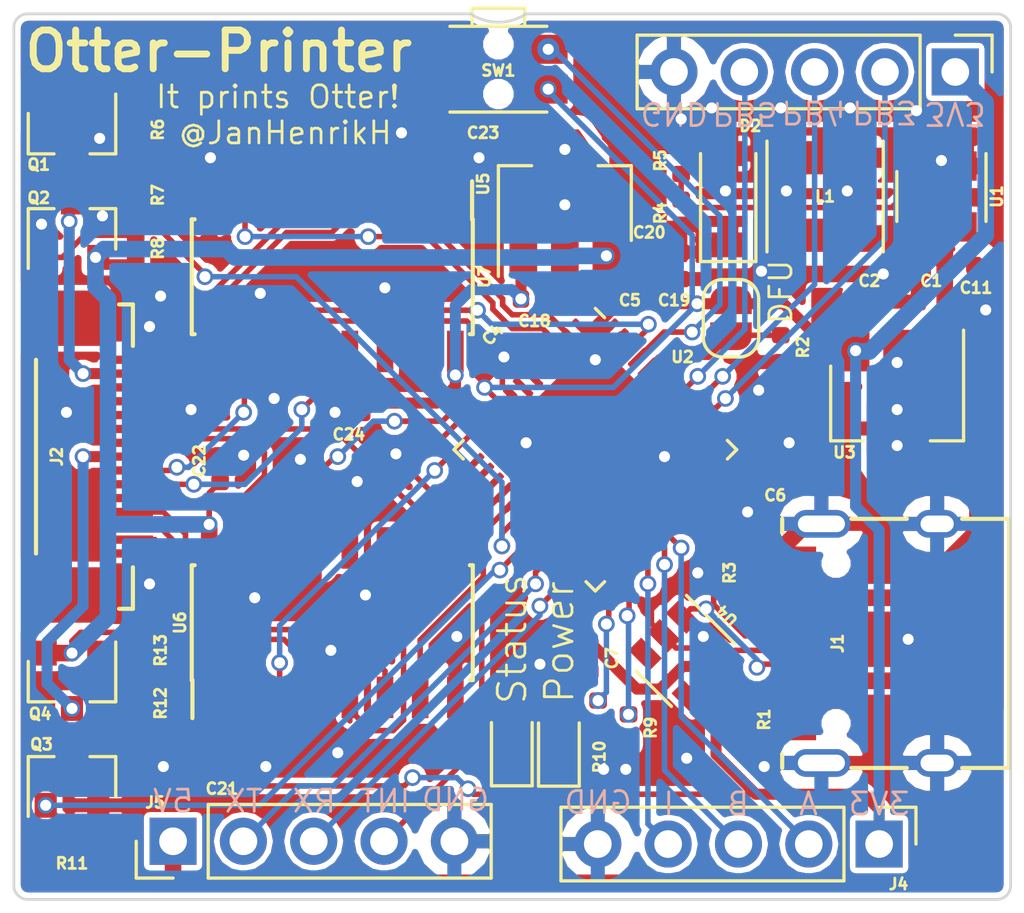
<source format=kicad_pcb>
(kicad_pcb (version 20171130) (host pcbnew "(6.0.0-rc1-dev-1-g01c5bdfb8)")
  (layers (0 F.Cu signal) (31 B.Cu signal) (34 B.Paste user) (35 F.Paste user) (36 B.SilkS user) (37 F.SilkS user) (38 B.Mask user) (39 F.Mask user) (44 Edge.Cuts user))
  (net 0 "")
  (net 1 GND)
  (net 2 F3_HV)
  (net 3 D2_HV)
  (net 4 "Net-(J2-Pad4)")
  (net 5 D1_HV)
  (net 6 S3_HV)
  (net 7 DCLK_HV)
  (net 8 F5_HV)
  (net 9 CSYNC_HV)
  (net 10 D3_HV)
  (net 11 "Net-(J2-Pad11)")
  (net 12 S1_HV)
  (net 13 S4_HV)
  (net 14 S2_HV)
  (net 15 "Net-(J2-Pad15)")
  (net 16 "Net-(J1-PadA5)")
  (net 17 +3V3)
  (net 18 OLED_SDA)
  (net 19 "Net-(Q3-Pad3)")
  (net 20 "Net-(Q4-Pad1)")
  (net 21 OLED_SCL)
  (net 22 16V)
  (net 23 F5)
  (net 24 "Net-(D4-Pad2)")
  (net 25 "Net-(R10-Pad1)")
  (net 26 "Net-(Q2-Pad1)")
  (net 27 "Net-(Q1-Pad3)")
  (net 28 F3)
  (net 29 "Net-(R4-Pad2)")
  (net 30 "Net-(J1-PadB5)")
  (net 31 "Net-(JP1-Pad2)")
  (net 32 "Net-(D1-Pad2)")
  (net 33 "Net-(R9-Pad1)")
  (net 34 9V)
  (net 35 VBUS)
  (net 36 USB_DN)
  (net 37 USB_DP)
  (net 38 "Net-(U1-Pad6)")
  (net 39 "Net-(D2-Pad2)")
  (net 40 S1)
  (net 41 S2)
  (net 42 S3)
  (net 43 S4)
  (net 44 S5)
  (net 45 S5_HV)
  (net 46 DCLK)
  (net 47 "Net-(U7-Pad15)")
  (net 48 "Net-(U7-Pad14)")
  (net 49 CSYNC)
  (net 50 D3)
  (net 51 D2)
  (net 52 D1)
  (net 53 "Net-(U2-Pad5)")
  (net 54 "Net-(U2-Pad6)")
  (net 55 nRST)
  (net 56 INT_IN)
  (net 57 UART_TX)
  (net 58 UART_RX)
  (net 59 INDEX)
  (net 60 ENCODER_B)
  (net 61 ENCODER_A)
  (net 62 SWDIO)
  (net 63 SWCLK)
  (net 64 GPIO_ANALOG0)
  (net 65 GPIO_ANALOG1)
  (net 66 GPIO_ANALOG2)
  (net 67 "Net-(SW1-Pad2)")
  (net 68 "Net-(J1-PadA8)")
  (net 69 "Net-(J1-PadB8)")
  (net 70 "Net-(U4-Pad3)")
  (net 71 "Net-(U4-Pad4)")
  (net 72 "Net-(U2-Pad27)")
  (net 73 "Net-(U7-Pad3)")
  (net 74 "Net-(U7-Pad2)")
  (net 75 "Net-(U2-Pad38)")
  (net 76 "Net-(U2-Pad31)")
  (net 77 "Net-(U2-Pad15)")
  (net 78 "Net-(U2-Pad14)")
  (module Package_SO:SOIC-16_3.9x9.9mm_P1.27mm (layer F.Cu) (at 111.5 122 90)
    (fp_text reference U6 (at 0 -5.5 90) (layer F.SilkS) (effects (font (size 0.4 0.4) (thickness 0.1))))
    (fp_text value 4504)
    (pad 16 smd rect (at 2.7 -4.445 90) (size 1.5 0.6) (layers F.Cu F.Paste F.Mask) (net 22 16V))
    (pad 15 smd rect (at 2.7 -3.175 90) (size 1.5 0.6) (layers F.Cu F.Paste F.Mask) (net 7 DCLK_HV))
    (pad 14 smd rect (at 2.7 -1.905 90) (size 1.5 0.6) (layers F.Cu F.Paste F.Mask) (net 46 DCLK))
    (pad 13 smd rect (at 2.7 -0.635 90) (size 1.5 0.6) (layers F.Cu F.Paste F.Mask) (net 1 GND))
    (pad 12 smd rect (at 2.7 0.635 90) (size 1.5 0.6) (layers F.Cu F.Paste F.Mask) (net 45 S5_HV))
    (pad 11 smd rect (at 2.7 1.905 90) (size 1.5 0.6) (layers F.Cu F.Paste F.Mask) (net 44 S5))
    (pad 10 smd rect (at 2.7 3.175 90) (size 1.5 0.6) (layers F.Cu F.Paste F.Mask) (net 6 S3_HV))
    (pad 9 smd rect (at 2.7 4.445 90) (size 1.5 0.6) (layers F.Cu F.Paste F.Mask) (net 42 S3))
    (pad 8 smd rect (at -2.7 4.445 90) (size 1.5 0.6) (layers F.Cu F.Paste F.Mask) (net 1 GND))
    (pad 7 smd rect (at -2.7 3.175 90) (size 1.5 0.6) (layers F.Cu F.Paste F.Mask) (net 40 S1))
    (pad 6 smd rect (at -2.7 1.905 90) (size 1.5 0.6) (layers F.Cu F.Paste F.Mask) (net 12 S1_HV))
    (pad 5 smd rect (at -2.7 0.635 90) (size 1.5 0.6) (layers F.Cu F.Paste F.Mask) (net 43 S4))
    (pad 4 smd rect (at -2.7 -0.635 90) (size 1.5 0.6) (layers F.Cu F.Paste F.Mask) (net 13 S4_HV))
    (pad 3 smd rect (at -2.7 -1.905 90) (size 1.5 0.6) (layers F.Cu F.Paste F.Mask) (net 41 S2))
    (pad 2 smd rect (at -2.7 -3.175 90) (size 1.5 0.6) (layers F.Cu F.Paste F.Mask) (net 14 S2_HV))
    (pad 1 smd rect (at -2.7 -4.445 90) (size 1.5 0.6) (layers F.Cu F.Paste F.Mask) (net 17 +3V3))
  )
  (module Package_SO:SOIC-16_3.9x9.9mm_P1.27mm (layer F.Cu) (at 111.5 109.5 270)
    (fp_text reference U7 (at 0 -5.5 270) (layer F.SilkS) (effects (font (size 0.4 0.4) (thickness 0.1))))
    (fp_text value 4504)
    (pad 1 smd rect (at -2.7 -4.445 270) (size 1.5 0.6) (layers F.Cu F.Paste F.Mask) (net 17 +3V3))
    (pad 2 smd rect (at -2.7 -3.175 270) (size 1.5 0.6) (layers F.Cu F.Paste F.Mask) (net 74 "Net-(U7-Pad2)"))
    (pad 3 smd rect (at -2.7 -1.905 270) (size 1.5 0.6) (layers F.Cu F.Paste F.Mask) (net 73 "Net-(U7-Pad3)"))
    (pad 4 smd rect (at -2.7 -0.635 270) (size 1.5 0.6) (layers F.Cu F.Paste F.Mask) (net 5 D1_HV))
    (pad 5 smd rect (at -2.7 0.635 270) (size 1.5 0.6) (layers F.Cu F.Paste F.Mask) (net 52 D1))
    (pad 6 smd rect (at -2.7 1.905 270) (size 1.5 0.6) (layers F.Cu F.Paste F.Mask) (net 3 D2_HV))
    (pad 7 smd rect (at -2.7 3.175 270) (size 1.5 0.6) (layers F.Cu F.Paste F.Mask) (net 51 D2))
    (pad 8 smd rect (at -2.7 4.445 270) (size 1.5 0.6) (layers F.Cu F.Paste F.Mask) (net 1 GND))
    (pad 9 smd rect (at 2.7 4.445 270) (size 1.5 0.6) (layers F.Cu F.Paste F.Mask) (net 49 CSYNC))
    (pad 10 smd rect (at 2.7 3.175 270) (size 1.5 0.6) (layers F.Cu F.Paste F.Mask) (net 9 CSYNC_HV))
    (pad 11 smd rect (at 2.7 1.905 270) (size 1.5 0.6) (layers F.Cu F.Paste F.Mask) (net 50 D3))
    (pad 12 smd rect (at 2.7 0.635 270) (size 1.5 0.6) (layers F.Cu F.Paste F.Mask) (net 10 D3_HV))
    (pad 13 smd rect (at 2.7 -0.635 270) (size 1.5 0.6) (layers F.Cu F.Paste F.Mask) (net 1 GND))
    (pad 14 smd rect (at 2.7 -1.905 270) (size 1.5 0.6) (layers F.Cu F.Paste F.Mask) (net 48 "Net-(U7-Pad14)"))
    (pad 15 smd rect (at 2.7 -3.175 270) (size 1.5 0.6) (layers F.Cu F.Paste F.Mask) (net 47 "Net-(U7-Pad15)"))
    (pad 16 smd rect (at 2.7 -4.445 270) (size 1.5 0.6) (layers F.Cu F.Paste F.Mask) (net 34 9V))
  )
  (module Package_TO_SOT_SMD:SOT-23 (layer F.Cu) (at 102.1 104.3 270)
    (fp_text reference Q1 (at 1.15 1.2) (layer F.SilkS) (effects (font (size 0.4 0.4) (thickness 0.1))))
    (fp_text value Q_NMOS_GSD)
    (pad 3 smd rect (at 1 0 270) (size 0.9 0.8) (layers F.Cu F.Paste F.Mask) (net 27 "Net-(Q1-Pad3)"))
    (pad 2 smd rect (at -1 0.95 270) (size 0.9 0.8) (layers F.Cu F.Paste F.Mask) (net 1 GND))
    (pad 1 smd rect (at -1 -0.95 270) (size 0.9 0.8) (layers F.Cu F.Paste F.Mask) (net 28 F3))
  )
  (module Diode_SMD:D_SOD-123 (layer F.Cu) (at 125.8 106.7 90)
    (fp_text reference D2 (at 2.65 0.8 180) (layer F.SilkS) (effects (font (size 0.4 0.4) (thickness 0.1))))
    (fp_text value D_Schottky)
    (pad 2 smd rect (at 1.65 0 90) (size 0.9 1.2) (layers F.Cu F.Paste F.Mask) (net 39 "Net-(D2-Pad2)"))
    (pad 1 smd rect (at -1.65 0 90) (size 0.9 1.2) (layers F.Cu F.Paste F.Mask) (net 22 16V))
  )
  (module "badgelib:USB-C 16Pin" (layer F.Cu) (at 128.25 122.75 90)
    (fp_text reference J1 (at 0 1.5 90) (layer F.SilkS) (effects (font (size 0.4 0.4) (thickness 0.1))))
    (fp_text value USB)
    (pad S1 thru_hole oval (at -4.32 0.915 90) (size 1 2.1) (drill oval 0.6 1.7) (layers *.Cu *.Mask) (net 1 GND))
    (pad S1 thru_hole oval (at 4.32 0.915 90) (size 1 2.1) (drill oval 0.6 1.7) (layers *.Cu *.Mask) (net 1 GND))
    (pad S1 thru_hole oval (at -4.32 5.095 90) (size 1 1.6) (drill oval 0.6 1.2) (layers *.Cu *.Mask) (net 1 GND))
    (pad S1 thru_hole oval (at 4.32 5.095 90) (size 1 1.6) (drill oval 0.6 1.2) (layers *.Cu *.Mask) (net 1 GND))
    (pad "" np_thru_hole circle (at 2.89 1.445 90) (size 0.65 0.65) (drill 0.65) (layers *.Cu *.Mask))
    (pad "" np_thru_hole circle (at -2.89 1.445 90) (size 0.65 0.65) (drill 0.65) (layers *.Cu *.Mask))
    (pad B1 smd rect (at 3.2 0 90) (size 0.6 1.45) (layers F.Cu F.Paste F.Mask) (net 1 GND))
    (pad B4 smd rect (at 2.4 0 90) (size 0.6 1.45) (layers F.Cu F.Paste F.Mask) (net 35 VBUS))
    (pad A8 smd rect (at 1.75 0 90) (size 0.3 1.45) (layers F.Cu F.Paste F.Mask) (net 68 "Net-(J1-PadA8)"))
    (pad B5 smd rect (at 1.25 0 90) (size 0.3 1.45) (layers F.Cu F.Paste F.Mask) (net 30 "Net-(J1-PadB5)"))
    (pad B6 smd rect (at 0.75 0 90) (size 0.3 1.45) (layers F.Cu F.Paste F.Mask) (net 37 USB_DP))
    (pad A7 smd rect (at 0.25 0 90) (size 0.3 1.45) (layers F.Cu F.Paste F.Mask) (net 36 USB_DN))
    (pad A6 smd rect (at -0.25 0 90) (size 0.3 1.45) (layers F.Cu F.Paste F.Mask) (net 37 USB_DP))
    (pad B7 smd rect (at -0.75 0 90) (size 0.3 1.45) (layers F.Cu F.Paste F.Mask) (net 36 USB_DN))
    (pad B8 smd rect (at -1.25 0 90) (size 0.3 1.45) (layers F.Cu F.Paste F.Mask) (net 69 "Net-(J1-PadB8)"))
    (pad A5 smd rect (at -1.75 0 90) (size 0.3 1.45) (layers F.Cu F.Paste F.Mask) (net 16 "Net-(J1-PadA5)"))
    (pad A4 smd rect (at -2.4 0 90) (size 0.6 1.45) (layers F.Cu F.Paste F.Mask) (net 35 VBUS))
    (pad A1 smd rect (at -3.2 0 90) (size 0.6 1.45) (layers F.Cu F.Paste F.Mask) (net 1 GND))
  )
  (module Connector_PinHeader_2.54mm:PinHeader_1x05_P2.54mm_Vertical (layer F.Cu) (at 134 102.1 270)
    (fp_text reference J6 hide)
    (fp_text value Analog)
    (pad 5 thru_hole oval (at 0 10.16 270) (size 1.7 1.7) (drill 1) (layers *.Cu *.Mask) (net 1 GND))
    (pad 4 thru_hole oval (at 0 7.62 270) (size 1.7 1.7) (drill 1) (layers *.Cu *.Mask) (net 66 GPIO_ANALOG2))
    (pad 3 thru_hole oval (at 0 5.08 270) (size 1.7 1.7) (drill 1) (layers *.Cu *.Mask) (net 65 GPIO_ANALOG1))
    (pad 2 thru_hole oval (at 0 2.54 270) (size 1.7 1.7) (drill 1) (layers *.Cu *.Mask) (net 64 GPIO_ANALOG0))
    (pad 1 thru_hole rect (at 0 0 270) (size 1.7 1.7) (drill 1) (layers *.Cu *.Mask) (net 17 +3V3))
  )
  (module Connector_PinHeader_2.54mm:PinHeader_1x05_P2.54mm_Vertical (layer F.Cu) (at 131.25 130 270)
    (fp_text reference J4 (at 1.45 -0.7) (layer F.SilkS) (effects (font (size 0.4 0.4) (thickness 0.1))))
    (fp_text value Encoder)
    (pad 5 thru_hole oval (at 0 10.16 270) (size 1.7 1.7) (drill 1) (layers *.Cu *.Mask) (net 1 GND))
    (pad 4 thru_hole oval (at 0 7.62 270) (size 1.7 1.7) (drill 1) (layers *.Cu *.Mask) (net 59 INDEX))
    (pad 3 thru_hole oval (at 0 5.08 270) (size 1.7 1.7) (drill 1) (layers *.Cu *.Mask) (net 60 ENCODER_B))
    (pad 2 thru_hole oval (at 0 2.54 270) (size 1.7 1.7) (drill 1) (layers *.Cu *.Mask) (net 61 ENCODER_A))
    (pad 1 thru_hole rect (at 0 0 270) (size 1.7 1.7) (drill 1) (layers *.Cu *.Mask) (net 17 +3V3))
  )
  (module Connector_PinHeader_2.54mm:PinHeader_1x05_P2.54mm_Vertical (layer F.Cu) (at 105.75 129.9 90)
    (fp_text reference J5 (at 1.4 -0.65 180) (layer F.SilkS) (effects (font (size 0.4 0.4) (thickness 0.1))))
    (fp_text value UART)
    (pad 5 thru_hole oval (at 0 10.16 90) (size 1.7 1.7) (drill 1) (layers *.Cu *.Mask) (net 1 GND))
    (pad 4 thru_hole oval (at 0 7.62 90) (size 1.7 1.7) (drill 1) (layers *.Cu *.Mask) (net 56 INT_IN))
    (pad 3 thru_hole oval (at 0 5.08 90) (size 1.7 1.7) (drill 1) (layers *.Cu *.Mask) (net 58 UART_RX))
    (pad 2 thru_hole oval (at 0 2.54 90) (size 1.7 1.7) (drill 1) (layers *.Cu *.Mask) (net 57 UART_TX))
    (pad 1 thru_hole rect (at 0 0 90) (size 1.7 1.7) (drill 1) (layers *.Cu *.Mask) (net 35 VBUS))
  )
  (module Button_Switch_SMD:SW_SPST_EVQP7C (layer F.Cu) (at 117.5 102 180)
    (fp_text reference SW1 (at 0 -0.05 180) (layer F.SilkS) (effects (font (size 0.4 0.4) (thickness 0.1))))
    (fp_text value Down)
    (pad "" np_thru_hole circle (at 0 0.9 180) (size 0.7 0.7) (drill 0.7) (layers *.Cu *.Mask))
    (pad "" np_thru_hole circle (at 0 -0.9 180) (size 0.7 0.7) (drill 0.7) (layers *.Cu *.Mask))
    (pad 2 smd rect (at -1.8 0.72 180) (size 1.4 1.05) (layers F.Cu F.Paste F.Mask) (net 67 "Net-(SW1-Pad2)"))
    (pad 2 smd rect (at 1.8 0.72 180) (size 1.4 1.05) (layers F.Cu F.Paste F.Mask) (net 67 "Net-(SW1-Pad2)"))
    (pad 1 smd rect (at -1.8 -0.72 180) (size 1.4 1.05) (layers F.Cu F.Paste F.Mask) (net 17 +3V3))
    (pad 1 smd rect (at 1.8 -0.72 180) (size 1.4 1.05) (layers F.Cu F.Paste F.Mask) (net 17 +3V3))
  )
  (module Capacitor_SMD:C_0402_1005Metric (layer F.Cu) (at 130.9 110.4)
    (fp_text reference C2 (at 0 -0.75) (layer F.SilkS) (effects (font (size 0.4 0.4) (thickness 0.1))))
    (fp_text value 1uF)
    (pad 2 smd roundrect (at 0.485 0) (size 0.59 0.64) (layers F.Cu F.Paste F.Mask) (net 1 GND))
    (pad 1 smd roundrect (at -0.485 0) (size 0.59 0.64) (layers F.Cu F.Paste F.Mask) (net 17 +3V3))
  )
  (module Capacitor_SMD:C_0402_1005Metric (layer F.Cu) (at 133.135 110.4 180)
    (fp_text reference C1 (at 0 0.75 180) (layer F.SilkS) (effects (font (size 0.4 0.4) (thickness 0.1))))
    (fp_text value 1uF)
    (pad 2 smd roundrect (at 0.485 0 180) (size 0.59 0.64) (layers F.Cu F.Paste F.Mask) (net 1 GND))
    (pad 1 smd roundrect (at -0.485 0 180) (size 0.59 0.64) (layers F.Cu F.Paste F.Mask) (net 35 VBUS))
  )
  (module Capacitor_SMD:C_0402_1005Metric (layer F.Cu) (at 117.3 112.7 45)
    (fp_text reference C4 (at 0.777817 -0.777817 45) (layer F.SilkS) (effects (font (size 0.4 0.4) (thickness 0.1))))
    (fp_text value 0.1μF)
    (pad 2 smd roundrect (at 0.485 0 45) (size 0.59 0.64) (layers F.Cu F.Paste F.Mask) (net 1 GND))
    (pad 1 smd roundrect (at -0.485 0 45) (size 0.59 0.64) (layers F.Cu F.Paste F.Mask) (net 17 +3V3))
  )
  (module Capacitor_SMD:C_0402_1005Metric (layer F.Cu) (at 120.9 110.3 180)
    (fp_text reference C5 (at -1.35 -0.05 180) (layer F.SilkS) (effects (font (size 0.4 0.4) (thickness 0.1))))
    (fp_text value 0.1μF)
    (pad 2 smd roundrect (at 0.485 0 180) (size 0.59 0.64) (layers F.Cu F.Paste F.Mask) (net 1 GND))
    (pad 1 smd roundrect (at -0.485 0 180) (size 0.59 0.64) (layers F.Cu F.Paste F.Mask) (net 17 +3V3))
  )
  (module Capacitor_SMD:C_0402_1005Metric (layer F.Cu) (at 127.5 116.6)
    (fp_text reference C6 (at 0 0.8) (layer F.SilkS) (effects (font (size 0.4 0.4) (thickness 0.1))))
    (fp_text value 0.1μF)
    (pad 2 smd roundrect (at 0.485 0) (size 0.59 0.64) (layers F.Cu F.Paste F.Mask) (net 1 GND))
    (pad 1 smd roundrect (at -0.485 0) (size 0.59 0.64) (layers F.Cu F.Paste F.Mask) (net 17 +3V3))
  )
  (module Capacitor_SMD:C_0402_1005Metric (layer F.Cu) (at 120.8 123.285 270)
    (fp_text reference C7 (at 0 -0.8 270) (layer F.SilkS) (effects (font (size 0.4 0.4) (thickness 0.1))))
    (fp_text value 1uF)
    (pad 2 smd roundrect (at 0.485 0 270) (size 0.59 0.64) (layers F.Cu F.Paste F.Mask) (net 1 GND))
    (pad 1 smd roundrect (at -0.485 0 270) (size 0.59 0.64) (layers F.Cu F.Paste F.Mask) (net 17 +3V3))
  )
  (module Capacitor_SMD:C_0402_1005Metric (layer F.Cu) (at 134.2 109.1)
    (fp_text reference C11 (at 0.55 0.8) (layer F.SilkS) (effects (font (size 0.4 0.4) (thickness 0.1))))
    (fp_text value 1uF)
    (pad 2 smd roundrect (at 0.485 0) (size 0.59 0.64) (layers F.Cu F.Paste F.Mask) (net 1 GND))
    (pad 1 smd roundrect (at -0.485 0) (size 0.59 0.64) (layers F.Cu F.Paste F.Mask) (net 35 VBUS))
  )
  (module Capacitor_SMD:C_0402_1005Metric (layer F.Cu) (at 118.8 110.3)
    (fp_text reference C18 (at 0 0.8) (layer F.SilkS) (effects (font (size 0.4 0.4) (thickness 0.1))))
    (fp_text value 0.1μF)
    (pad 2 smd roundrect (at 0.485 0) (size 0.59 0.64) (layers F.Cu F.Paste F.Mask) (net 1 GND))
    (pad 1 smd roundrect (at -0.485 0) (size 0.59 0.64) (layers F.Cu F.Paste F.Mask) (net 34 9V))
  )
  (module Capacitor_SMD:C_0402_1005Metric (layer F.Cu) (at 124.1 109.1 270)
    (fp_text reference C19 (at 1.25 0.25) (layer F.SilkS) (effects (font (size 0.4 0.4) (thickness 0.1))))
    (fp_text value 1uF)
    (pad 2 smd roundrect (at 0.485 0 270) (size 0.59 0.64) (layers F.Cu F.Paste F.Mask) (net 1 GND))
    (pad 1 smd roundrect (at -0.485 0 270) (size 0.59 0.64) (layers F.Cu F.Paste F.Mask) (net 22 16V))
  )
  (module Capacitor_SMD:C_0402_1005Metric (layer F.Cu) (at 123.1 109.1 270)
    (fp_text reference C20 (at -1.2 0.15) (layer F.SilkS) (effects (font (size 0.4 0.4) (thickness 0.1))))
    (fp_text value 0.1μF)
    (pad 2 smd roundrect (at 0.485 0 270) (size 0.59 0.64) (layers F.Cu F.Paste F.Mask) (net 1 GND))
    (pad 1 smd roundrect (at -0.485 0 270) (size 0.59 0.64) (layers F.Cu F.Paste F.Mask) (net 22 16V))
  )
  (module Capacitor_SMD:C_0402_1005Metric (layer F.Cu) (at 107.515 127.2)
    (fp_text reference C21 (at 0 0.8) (layer F.SilkS) (effects (font (size 0.4 0.4) (thickness 0.1))))
    (fp_text value 0.1μF)
    (pad 2 smd roundrect (at 0.485 0) (size 0.59 0.64) (layers F.Cu F.Paste F.Mask) (net 1 GND))
    (pad 1 smd roundrect (at -0.485 0) (size 0.59 0.64) (layers F.Cu F.Paste F.Mask) (net 17 +3V3))
  )
  (module Capacitor_SMD:C_0402_1005Metric (layer F.Cu) (at 107.45 116.435 90)
    (fp_text reference C22 (at 0.285 -0.75 90) (layer F.SilkS) (effects (font (size 0.4 0.4) (thickness 0.1))))
    (fp_text value 0.1μF)
    (pad 2 smd roundrect (at 0.485 0 90) (size 0.59 0.64) (layers F.Cu F.Paste F.Mask) (net 1 GND))
    (pad 1 smd roundrect (at -0.485 0 90) (size 0.59 0.64) (layers F.Cu F.Paste F.Mask) (net 22 16V))
  )
  (module Capacitor_SMD:C_0402_1005Metric (layer F.Cu) (at 115.4 104.3 180)
    (fp_text reference C23 (at -1.55 0 180) (layer F.SilkS) (effects (font (size 0.4 0.4) (thickness 0.1))))
    (fp_text value 0.1μF)
    (pad 2 smd roundrect (at 0.485 0 180) (size 0.59 0.64) (layers F.Cu F.Paste F.Mask) (net 1 GND))
    (pad 1 smd roundrect (at -0.485 0 180) (size 0.59 0.64) (layers F.Cu F.Paste F.Mask) (net 17 +3V3))
  )
  (module Capacitor_SMD:C_0402_1005Metric (layer F.Cu) (at 112.1 114.4 180)
    (fp_text reference C24 (at 0 -0.8 180) (layer F.SilkS) (effects (font (size 0.4 0.4) (thickness 0.1))))
    (fp_text value 0.1μF)
    (pad 2 smd roundrect (at 0.485 0 180) (size 0.59 0.64) (layers F.Cu F.Paste F.Mask) (net 1 GND))
    (pad 1 smd roundrect (at -0.485 0 180) (size 0.59 0.64) (layers F.Cu F.Paste F.Mask) (net 34 9V))
  )
  (module Inductor_SMD:L_Taiyo-Yuden_MD-4040 (layer F.Cu) (at 129.3 106.6 90)
    (fp_text reference L1 (at 0 0 180) (layer F.SilkS) (effects (font (size 0.4 0.4) (thickness 0.1))))
    (fp_text value 15µ)
    (pad 2 smd rect (at 1.4 0 90) (size 1.2 3.7) (layers F.Cu F.Paste F.Mask) (net 39 "Net-(D2-Pad2)"))
    (pad 1 smd rect (at -1.4 0 90) (size 1.2 3.7) (layers F.Cu F.Paste F.Mask) (net 35 VBUS))
  )
  (module Jumper:SolderJumper-2_P1.3mm_Open_RoundedPad1.0x1.5mm (layer F.Cu) (at 125.9 111 270)
    (fp_text reference JP1 hide)
    (fp_text value Boot)
    (pad 2 smd custom (at 0.65 0 270) (size 1 0.5) (layers F.Cu F.Mask) (net 31 "Net-(JP1-Pad2)") (options (clearance outline) (anchor rect)) (primitives (gr_circle (center 0 0.25) (end 0.5 0.25) (width 0)) (gr_circle (center 0 -0.25) (end 0.5 -0.25) (width 0)) (gr_poly (pts (xy 0 -0.75) (xy -0.5 -0.75) (xy -0.5 0.75) (xy 0 0.75)) (width 0))))
    (pad 1 smd custom (at -0.65 0 270) (size 1 0.5) (layers F.Cu F.Mask) (net 17 +3V3) (options (clearance outline) (anchor rect)) (primitives (gr_circle (center 0 0.25) (end 0.5 0.25) (width 0)) (gr_circle (center 0 -0.25) (end 0.5 -0.25) (width 0)) (gr_poly (pts (xy 0 -0.75) (xy 0.5 -0.75) (xy 0.5 0.75) (xy 0 0.75)) (width 0))))
  )
  (module LED_SMD:LED_0603_1608Metric (layer F.Cu) (at 119.684465 126.422756 90)
    (fp_text reference D4 hide)
    (fp_text value Status)
    (pad 2 smd roundrect (at 0.7875 0 90) (size 0.875 0.95) (layers F.Cu F.Paste F.Mask) (net 24 "Net-(D4-Pad2)"))
    (pad 1 smd roundrect (at -0.7875 0 90) (size 0.875 0.95) (layers F.Cu F.Paste F.Mask) (net 1 GND))
  )
  (module LED_SMD:LED_0603_1608Metric (layer F.Cu) (at 117.984463 126.410257 90)
    (fp_text reference D1 hide)
    (fp_text value Power)
    (pad 2 smd roundrect (at 0.7875 0 90) (size 0.875 0.95) (layers F.Cu F.Paste F.Mask) (net 32 "Net-(D1-Pad2)"))
    (pad 1 smd roundrect (at -0.7875 0 90) (size 0.875 0.95) (layers F.Cu F.Paste F.Mask) (net 1 GND))
  )
  (module Package_DFN_QFN:QFN-48-1EP_7x7mm_P0.5mm_EP5.6x5.6mm (layer F.Cu) (at 121 115.75 315)
    (fp_text reference U2 (at -0.141421 -4.596194) (layer F.SilkS) (effects (font (size 0.4 0.4) (thickness 0.1))))
    (fp_text value STM32F072C8Ux)
    (pad 48 smd roundrect (at -2.75 -3.4375 315) (size 0.25 0.875) (layers F.Cu F.Paste F.Mask) (net 17 +3V3))
    (pad 47 smd roundrect (at -2.25 -3.4375 315) (size 0.25 0.875) (layers F.Cu F.Paste F.Mask) (net 1 GND))
    (pad 46 smd roundrect (at -1.749999 -3.4375 315) (size 0.25 0.875) (layers F.Cu F.Paste F.Mask) (net 49 CSYNC))
    (pad 45 smd roundrect (at -1.25 -3.4375 315) (size 0.25 0.875) (layers F.Cu F.Paste F.Mask) (net 67 "Net-(SW1-Pad2)"))
    (pad 44 smd roundrect (at -0.750001 -3.4375 315) (size 0.25 0.875) (layers F.Cu F.Paste F.Mask) (net 31 "Net-(JP1-Pad2)"))
    (pad 43 smd roundrect (at -0.25 -3.4375 315) (size 0.25 0.875) (layers F.Cu F.Paste F.Mask) (net 18 OLED_SDA))
    (pad 42 smd roundrect (at 0.25 -3.4375 315) (size 0.25 0.875) (layers F.Cu F.Paste F.Mask) (net 21 OLED_SCL))
    (pad 41 smd roundrect (at 0.750001 -3.4375 315) (size 0.25 0.875) (layers F.Cu F.Paste F.Mask) (net 66 GPIO_ANALOG2))
    (pad 40 smd roundrect (at 1.25 -3.4375 315) (size 0.25 0.875) (layers F.Cu F.Paste F.Mask) (net 65 GPIO_ANALOG1))
    (pad 39 smd roundrect (at 1.749999 -3.4375 315) (size 0.25 0.875) (layers F.Cu F.Paste F.Mask) (net 64 GPIO_ANALOG0))
    (pad 38 smd roundrect (at 2.25 -3.4375 315) (size 0.25 0.875) (layers F.Cu F.Paste F.Mask) (net 75 "Net-(U2-Pad38)"))
    (pad 37 smd roundrect (at 2.75 -3.4375 315) (size 0.25 0.875) (layers F.Cu F.Paste F.Mask) (net 63 SWCLK))
    (pad 36 smd roundrect (at 3.4375 -2.75 315) (size 0.875 0.25) (layers F.Cu F.Paste F.Mask) (net 17 +3V3))
    (pad 35 smd roundrect (at 3.4375 -2.25 315) (size 0.875 0.25) (layers F.Cu F.Paste F.Mask) (net 1 GND))
    (pad 34 smd roundrect (at 3.4375 -1.749999 315) (size 0.875 0.25) (layers F.Cu F.Paste F.Mask) (net 62 SWDIO))
    (pad 33 smd roundrect (at 3.4375 -1.25 315) (size 0.875 0.25) (layers F.Cu F.Paste F.Mask) (net 37 USB_DP))
    (pad 32 smd roundrect (at 3.4375 -0.750001 315) (size 0.875 0.25) (layers F.Cu F.Paste F.Mask) (net 36 USB_DN))
    (pad 31 smd roundrect (at 3.4375 -0.25 315) (size 0.875 0.25) (layers F.Cu F.Paste F.Mask) (net 76 "Net-(U2-Pad31)"))
    (pad 30 smd roundrect (at 3.4375 0.25 315) (size 0.875 0.25) (layers F.Cu F.Paste F.Mask) (net 61 ENCODER_A))
    (pad 29 smd roundrect (at 3.4375 0.750001 315) (size 0.875 0.25) (layers F.Cu F.Paste F.Mask) (net 60 ENCODER_B))
    (pad 28 smd roundrect (at 3.4375 1.25 315) (size 0.875 0.25) (layers F.Cu F.Paste F.Mask) (net 59 INDEX))
    (pad 27 smd roundrect (at 3.4375 1.749999 315) (size 0.875 0.25) (layers F.Cu F.Paste F.Mask) (net 72 "Net-(U2-Pad27)"))
    (pad 26 smd roundrect (at 3.4375 2.25 315) (size 0.875 0.25) (layers F.Cu F.Paste F.Mask) (net 33 "Net-(R9-Pad1)"))
    (pad 25 smd roundrect (at 3.4375 2.75 315) (size 0.875 0.25) (layers F.Cu F.Paste F.Mask) (net 25 "Net-(R10-Pad1)"))
    (pad 24 smd roundrect (at 2.75 3.4375 315) (size 0.25 0.875) (layers F.Cu F.Paste F.Mask) (net 17 +3V3))
    (pad 23 smd roundrect (at 2.25 3.4375 315) (size 0.25 0.875) (layers F.Cu F.Paste F.Mask) (net 1 GND))
    (pad 22 smd roundrect (at 1.749999 3.4375 315) (size 0.25 0.875) (layers F.Cu F.Paste F.Mask) (net 58 UART_RX))
    (pad 21 smd roundrect (at 1.25 3.4375 315) (size 0.25 0.875) (layers F.Cu F.Paste F.Mask) (net 57 UART_TX))
    (pad 20 smd roundrect (at 0.750001 3.4375 315) (size 0.25 0.875) (layers F.Cu F.Paste F.Mask) (net 56 INT_IN))
    (pad 19 smd roundrect (at 0.25 3.4375 315) (size 0.25 0.875) (layers F.Cu F.Paste F.Mask) (net 23 F5))
    (pad 18 smd roundrect (at -0.25 3.4375 315) (size 0.25 0.875) (layers F.Cu F.Paste F.Mask) (net 28 F3))
    (pad 17 smd roundrect (at -0.750001 3.4375 315) (size 0.25 0.875) (layers F.Cu F.Paste F.Mask) (net 40 S1))
    (pad 16 smd roundrect (at -1.25 3.4375 315) (size 0.25 0.875) (layers F.Cu F.Paste F.Mask) (net 43 S4))
    (pad 15 smd roundrect (at -1.749999 3.4375 315) (size 0.25 0.875) (layers F.Cu F.Paste F.Mask) (net 77 "Net-(U2-Pad15)"))
    (pad 14 smd roundrect (at -2.25 3.4375 315) (size 0.25 0.875) (layers F.Cu F.Paste F.Mask) (net 78 "Net-(U2-Pad14)"))
    (pad 13 smd roundrect (at -2.75 3.4375 315) (size 0.25 0.875) (layers F.Cu F.Paste F.Mask) (net 42 S3))
    (pad 12 smd roundrect (at -3.4375 2.75 315) (size 0.875 0.25) (layers F.Cu F.Paste F.Mask) (net 41 S2))
    (pad 11 smd roundrect (at -3.4375 2.25 315) (size 0.875 0.25) (layers F.Cu F.Paste F.Mask) (net 44 S5))
    (pad 10 smd roundrect (at -3.4375 1.749999 315) (size 0.875 0.25) (layers F.Cu F.Paste F.Mask) (net 46 DCLK))
    (pad 9 smd roundrect (at -3.4375 1.25 315) (size 0.875 0.25) (layers F.Cu F.Paste F.Mask) (net 17 +3V3))
    (pad 8 smd roundrect (at -3.4375 0.750001 315) (size 0.875 0.25) (layers F.Cu F.Paste F.Mask) (net 1 GND))
    (pad 7 smd roundrect (at -3.4375 0.25 315) (size 0.875 0.25) (layers F.Cu F.Paste F.Mask) (net 55 nRST))
    (pad 6 smd roundrect (at -3.4375 -0.25 315) (size 0.875 0.25) (layers F.Cu F.Paste F.Mask) (net 54 "Net-(U2-Pad6)"))
    (pad 5 smd roundrect (at -3.4375 -0.750001 315) (size 0.875 0.25) (layers F.Cu F.Paste F.Mask) (net 53 "Net-(U2-Pad5)"))
    (pad 4 smd roundrect (at -3.4375 -1.25 315) (size 0.875 0.25) (layers F.Cu F.Paste F.Mask) (net 50 D3))
    (pad 3 smd roundrect (at -3.4375 -1.749999 315) (size 0.875 0.25) (layers F.Cu F.Paste F.Mask) (net 51 D2))
    (pad 2 smd roundrect (at -3.4375 -2.25 315) (size 0.875 0.25) (layers F.Cu F.Paste F.Mask) (net 52 D1))
    (pad 1 smd roundrect (at -3.4375 -2.75 315) (size 0.875 0.25) (layers F.Cu F.Paste F.Mask) (net 17 +3V3))
    (pad 49 smd roundrect (at 0 0 315) (size 5.6 5.6) (layers F.Cu F.Mask) (roundrect_rratio 0.044643) (net 1 GND))
  )
  (module Package_TO_SOT_SMD:SOT-23 (layer F.Cu) (at 102.1 107.8 90)
    (fp_text reference Q2 (at 1.15 -1.2 180) (layer F.SilkS) (effects (font (size 0.4 0.4) (thickness 0.1))))
    (fp_text value Q_PMOS_GSD)
    (pad 3 smd rect (at 1 0 90) (size 0.9 0.8) (layers F.Cu F.Paste F.Mask) (net 2 F3_HV))
    (pad 2 smd rect (at -1 0.95 90) (size 0.9 0.8) (layers F.Cu F.Paste F.Mask) (net 22 16V))
    (pad 1 smd rect (at -1 -0.95 90) (size 0.9 0.8) (layers F.Cu F.Paste F.Mask) (net 26 "Net-(Q2-Pad1)"))
  )
  (module Package_TO_SOT_SMD:SOT-23 (layer F.Cu) (at 102.1 127.6 90)
    (fp_text reference Q3 (at 1.2 -1.1 180) (layer F.SilkS) (effects (font (size 0.4 0.4) (thickness 0.1))))
    (fp_text value Q_NMOS_GSD)
    (pad 3 smd rect (at 1 0 90) (size 0.9 0.8) (layers F.Cu F.Paste F.Mask) (net 19 "Net-(Q3-Pad3)"))
    (pad 2 smd rect (at -1 0.95 90) (size 0.9 0.8) (layers F.Cu F.Paste F.Mask) (net 1 GND))
    (pad 1 smd rect (at -1 -0.95 90) (size 0.9 0.8) (layers F.Cu F.Paste F.Mask) (net 23 F5))
  )
  (module Package_TO_SOT_SMD:SOT-23 (layer F.Cu) (at 102.1 124.1 270)
    (fp_text reference Q4 (at 1.2 1.15) (layer F.SilkS) (effects (font (size 0.4 0.4) (thickness 0.1))))
    (fp_text value Q_PMOS_GSD)
    (pad 3 smd rect (at 1 0 270) (size 0.9 0.8) (layers F.Cu F.Paste F.Mask) (net 8 F5_HV))
    (pad 2 smd rect (at -1 0.95 270) (size 0.9 0.8) (layers F.Cu F.Paste F.Mask) (net 22 16V))
    (pad 1 smd rect (at -1 -0.95 270) (size 0.9 0.8) (layers F.Cu F.Paste F.Mask) (net 20 "Net-(Q4-Pad1)"))
  )
  (module Package_TO_SOT_SMD:SOT-23-6 (layer F.Cu) (at 133.5 106.6 270)
    (fp_text reference U1 (at 0 -2 270) (layer F.SilkS) (effects (font (size 0.4 0.4) (thickness 0.1))))
    (fp_text value MT3608)
    (pad 5 smd rect (at 1.1 0 270) (size 1.06 0.65) (layers F.Cu F.Paste F.Mask) (net 35 VBUS))
    (pad 6 smd rect (at 1.1 -0.95 270) (size 1.06 0.65) (layers F.Cu F.Paste F.Mask) (net 38 "Net-(U1-Pad6)"))
    (pad 4 smd rect (at 1.1 0.95 270) (size 1.06 0.65) (layers F.Cu F.Paste F.Mask) (net 35 VBUS))
    (pad 3 smd rect (at -1.1 0.95 270) (size 1.06 0.65) (layers F.Cu F.Paste F.Mask) (net 29 "Net-(R4-Pad2)"))
    (pad 2 smd rect (at -1.1 0 270) (size 1.06 0.65) (layers F.Cu F.Paste F.Mask) (net 1 GND))
    (pad 1 smd rect (at -1.1 -0.95 270) (size 1.06 0.65) (layers F.Cu F.Paste F.Mask) (net 39 "Net-(D2-Pad2)"))
  )
  (module Package_TO_SOT_SMD:SOT-23-6 (layer F.Cu) (at 124.25 123.25 315)
    (fp_text reference U4 (at 0 -2.12132 135 unlocked) (layer F.SilkS) (effects (font (size 0.4 0.4) (thickness 0.1))))
    (fp_text value USBLC6-4SC6)
    (pad 5 smd rect (at 1.099999 0 315) (size 1.06 0.65) (layers F.Cu F.Paste F.Mask) (net 17 +3V3))
    (pad 6 smd rect (at 1.1 -0.95 315) (size 1.06 0.65) (layers F.Cu F.Paste F.Mask) (net 37 USB_DP))
    (pad 4 smd rect (at 1.1 0.95 315) (size 1.06 0.65) (layers F.Cu F.Paste F.Mask) (net 71 "Net-(U4-Pad4)"))
    (pad 3 smd rect (at -1.1 0.95 315) (size 1.06 0.65) (layers F.Cu F.Paste F.Mask) (net 70 "Net-(U4-Pad3)"))
    (pad 2 smd rect (at -1.099999 0 315) (size 1.06 0.65) (layers F.Cu F.Paste F.Mask) (net 1 GND))
    (pad 1 smd rect (at -1.1 -0.95 315) (size 1.06 0.65) (layers F.Cu F.Paste F.Mask) (net 36 USB_DN))
  )
  (module Package_TO_SOT_SMD:SOT-89-3 (layer F.Cu) (at 131.9 113.65 270)
    (fp_text reference U3 (at 2.2 1.9) (layer F.SilkS) (effects (font (size 0.4 0.4) (thickness 0.1))))
    (fp_text value AP2204R-3.3)
    (pad 2 smd trapezoid (at -0.0762 0) (size 1.5 1) (rect_delta 0 0.7) (layers F.Cu F.Paste F.Mask) (net 1 GND))
    (pad 2 smd rect (at 1.3335 0 180) (size 2.2 1.84) (layers F.Cu F.Paste F.Mask) (net 1 GND))
    (pad 3 smd rect (at -1.48 1.5 180) (size 1 1.5) (layers F.Cu F.Paste F.Mask) (net 17 +3V3))
    (pad 2 smd rect (at -1.3335 0 180) (size 1 1.8) (layers F.Cu F.Paste F.Mask) (net 1 GND))
    (pad 1 smd rect (at -1.48 -1.5 180) (size 1 1.5) (layers F.Cu F.Paste F.Mask) (net 35 VBUS))
    (pad 2 smd trapezoid (at 2.667 0 180) (size 1.6 0.85) (rect_delta 0 0.6) (layers F.Cu F.Paste F.Mask) (net 1 GND))
  )
  (module Package_TO_SOT_SMD:SOT-89-3 (layer F.Cu) (at 119.9 107.2665 90)
    (fp_text reference U5 (at 1.1165 -2.95 90) (layer F.SilkS) (effects (font (size 0.4 0.4) (thickness 0.1))))
    (fp_text value L78L09_SOT89)
    (pad 2 smd trapezoid (at -0.0762 0 180) (size 1.5 1) (rect_delta 0 0.7) (layers F.Cu F.Paste F.Mask) (net 1 GND))
    (pad 2 smd rect (at 1.3335 0) (size 2.2 1.84) (layers F.Cu F.Paste F.Mask) (net 1 GND))
    (pad 3 smd rect (at -1.48 1.5) (size 1 1.5) (layers F.Cu F.Paste F.Mask) (net 22 16V))
    (pad 2 smd rect (at -1.3335 0) (size 1 1.8) (layers F.Cu F.Paste F.Mask) (net 1 GND))
    (pad 1 smd rect (at -1.48 -1.5) (size 1 1.5) (layers F.Cu F.Paste F.Mask) (net 34 9V))
    (pad 2 smd trapezoid (at 2.667 0) (size 1.6 0.85) (rect_delta 0 0.6) (layers F.Cu F.Paste F.Mask) (net 1 GND))
  )
  (module Resistor_SMD:R_0402_1005Metric (layer F.Cu) (at 122.2 125.8 270)
    (fp_text reference R9 (at 0 -0.8 270) (layer F.SilkS) (effects (font (size 0.4 0.4) (thickness 0.1))))
    (fp_text value 2k)
    (pad 2 smd roundrect (at 0.485 0 270) (size 0.59 0.64) (layers F.Cu F.Paste F.Mask) (net 32 "Net-(D1-Pad2)"))
    (pad 1 smd roundrect (at -0.485 0 270) (size 0.59 0.64) (layers F.Cu F.Paste F.Mask) (net 33 "Net-(R9-Pad1)"))
  )
  (module Resistor_SMD:R_0402_1005Metric (layer F.Cu) (at 104.4 108.485 90)
    (fp_text reference R8 (at 0 0.8 90) (layer F.SilkS) (effects (font (size 0.4 0.4) (thickness 0.1))))
    (fp_text value 2k)
    (pad 2 smd roundrect (at 0.485 0 90) (size 0.59 0.64) (layers F.Cu F.Paste F.Mask) (net 26 "Net-(Q2-Pad1)"))
    (pad 1 smd roundrect (at -0.485 0 90) (size 0.59 0.64) (layers F.Cu F.Paste F.Mask) (net 22 16V))
  )
  (module Resistor_SMD:R_0402_1005Metric (layer F.Cu) (at 127.7 112.1 90)
    (fp_text reference R2 (at 0.05 0.8 90) (layer F.SilkS) (effects (font (size 0.4 0.4) (thickness 0.1))))
    (fp_text value 2k)
    (pad 2 smd roundrect (at 0.485 0 90) (size 0.59 0.64) (layers F.Cu F.Paste F.Mask) (net 31 "Net-(JP1-Pad2)"))
    (pad 1 smd roundrect (at -0.485 0 90) (size 0.59 0.64) (layers F.Cu F.Paste F.Mask) (net 1 GND))
  )
  (module Resistor_SMD:R_0402_1005Metric (layer F.Cu) (at 126.6 120.2 270)
    (fp_text reference R3 (at 0 0.75 270) (layer F.SilkS) (effects (font (size 0.4 0.4) (thickness 0.1))))
    (fp_text value 5k1)
    (pad 2 smd roundrect (at 0.485 0 270) (size 0.59 0.64) (layers F.Cu F.Paste F.Mask) (net 30 "Net-(J1-PadB5)"))
    (pad 1 smd roundrect (at -0.485 0 270) (size 0.59 0.64) (layers F.Cu F.Paste F.Mask) (net 1 GND))
  )
  (module Resistor_SMD:R_0402_1005Metric (layer F.Cu) (at 124.1 107.2 90)
    (fp_text reference R4 (at 0 -0.75 90) (layer F.SilkS) (effects (font (size 0.4 0.4) (thickness 0.1))))
    (fp_text value 51k)
    (pad 2 smd roundrect (at 0.485 0 90) (size 0.59 0.64) (layers F.Cu F.Paste F.Mask) (net 29 "Net-(R4-Pad2)"))
    (pad 1 smd roundrect (at -0.485 0 90) (size 0.59 0.64) (layers F.Cu F.Paste F.Mask) (net 22 16V))
  )
  (module Resistor_SMD:R_0402_1005Metric (layer F.Cu) (at 124.1 105.3 90)
    (fp_text reference R5 (at 0 -0.75 90) (layer F.SilkS) (effects (font (size 0.4 0.4) (thickness 0.1))))
    (fp_text value 2k)
    (pad 2 smd roundrect (at 0.485 0 90) (size 0.59 0.64) (layers F.Cu F.Paste F.Mask) (net 1 GND))
    (pad 1 smd roundrect (at -0.485 0 90) (size 0.59 0.64) (layers F.Cu F.Paste F.Mask) (net 29 "Net-(R4-Pad2)"))
  )
  (module Resistor_SMD:R_0402_1005Metric (layer F.Cu) (at 104.4 104.185 270)
    (fp_text reference R6 (at 0 -0.8 270) (layer F.SilkS) (effects (font (size 0.4 0.4) (thickness 0.1))))
    (fp_text value 2k)
    (pad 2 smd roundrect (at 0.485 0 270) (size 0.59 0.64) (layers F.Cu F.Paste F.Mask) (net 1 GND))
    (pad 1 smd roundrect (at -0.485 0 270) (size 0.59 0.64) (layers F.Cu F.Paste F.Mask) (net 28 F3))
  )
  (module Resistor_SMD:R_0402_1005Metric (layer F.Cu) (at 104.4 106.515 90)
    (fp_text reference R7 (at -0.035 0.8 90) (layer F.SilkS) (effects (font (size 0.4 0.4) (thickness 0.1))))
    (fp_text value 2k)
    (pad 2 smd roundrect (at 0.485 0 90) (size 0.59 0.64) (layers F.Cu F.Paste F.Mask) (net 27 "Net-(Q1-Pad3)"))
    (pad 1 smd roundrect (at -0.485 0 90) (size 0.59 0.64) (layers F.Cu F.Paste F.Mask) (net 26 "Net-(Q2-Pad1)"))
  )
  (module Resistor_SMD:R_0402_1005Metric (layer F.Cu) (at 121.1 125.3 270)
    (fp_text reference R10 (at 1.55 -0.05 270) (layer F.SilkS) (effects (font (size 0.4 0.4) (thickness 0.1))))
    (fp_text value 2k)
    (pad 2 smd roundrect (at 0.485 0 270) (size 0.59 0.64) (layers F.Cu F.Paste F.Mask) (net 24 "Net-(D4-Pad2)"))
    (pad 1 smd roundrect (at -0.485 0 270) (size 0.59 0.64) (layers F.Cu F.Paste F.Mask) (net 25 "Net-(R10-Pad1)"))
  )
  (module Resistor_SMD:R_0402_1005Metric (layer F.Cu) (at 102.1 129.9)
    (fp_text reference R11 (at 0 0.8) (layer F.SilkS) (effects (font (size 0.4 0.4) (thickness 0.1))))
    (fp_text value 2k)
    (pad 2 smd roundrect (at 0.485 0) (size 0.59 0.64) (layers F.Cu F.Paste F.Mask) (net 1 GND))
    (pad 1 smd roundrect (at -0.485 0) (size 0.59 0.64) (layers F.Cu F.Paste F.Mask) (net 23 F5))
  )
  (module Resistor_SMD:R_0402_1005Metric (layer F.Cu) (at 104.5 123 270)
    (fp_text reference R13 (at 0 -0.8 270) (layer F.SilkS) (effects (font (size 0.4 0.4) (thickness 0.1))))
    (fp_text value 2k)
    (pad 2 smd roundrect (at 0.485 0 270) (size 0.59 0.64) (layers F.Cu F.Paste F.Mask) (net 20 "Net-(Q4-Pad1)"))
    (pad 1 smd roundrect (at -0.485 0 270) (size 0.59 0.64) (layers F.Cu F.Paste F.Mask) (net 22 16V))
  )
  (module Resistor_SMD:R_0402_1005Metric (layer F.Cu) (at 104.5 124.915 270)
    (fp_text reference R12 (at 0 -0.8 270) (layer F.SilkS) (effects (font (size 0.4 0.4) (thickness 0.1))))
    (fp_text value 2k)
    (pad 2 smd roundrect (at 0.485 0 270) (size 0.59 0.64) (layers F.Cu F.Paste F.Mask) (net 19 "Net-(Q3-Pad3)"))
    (pad 1 smd roundrect (at -0.485 0 270) (size 0.59 0.64) (layers F.Cu F.Paste F.Mask) (net 20 "Net-(Q4-Pad1)"))
  )
  (module Resistor_SMD:R_0402_1005Metric (layer F.Cu) (at 126.3 125.5 90)
    (fp_text reference R1 (at 0 0.8 90) (layer F.SilkS) (effects (font (size 0.4 0.4) (thickness 0.1))))
    (fp_text value 5k1)
    (pad 2 smd roundrect (at 0.485 0 90) (size 0.59 0.64) (layers F.Cu F.Paste F.Mask) (net 16 "Net-(J1-PadA5)"))
    (pad 1 smd roundrect (at -0.485 0 90) (size 0.59 0.64) (layers F.Cu F.Paste F.Mask) (net 1 GND))
  )
  (module otter:Generic_FPC_0.5mm_15pin (layer F.Cu) (at 102.8 116 270)
    (fp_text reference J2 (at 0 1.25 270) (layer F.SilkS) (effects (font (size 0.4 0.4) (thickness 0.1))))
    (fp_text value Printer)
    (pad 1 smd rect (at -3.5 -1.5 270) (size 0.3 1.45) (layers F.Cu F.Paste F.Mask) (net 1 GND))
    (pad 2 smd rect (at -3 -1.5 270) (size 0.3 1.45) (layers F.Cu F.Paste F.Mask) (net 2 F3_HV))
    (pad 3 smd rect (at -2.5 -1.5 270) (size 0.3 1.45) (layers F.Cu F.Paste F.Mask) (net 3 D2_HV))
    (pad 4 smd rect (at -2 -1.5 270) (size 0.3 1.45) (layers F.Cu F.Paste F.Mask) (net 4 "Net-(J2-Pad4)"))
    (pad 5 smd rect (at -1.5 -1.5 270) (size 0.3 1.45) (layers F.Cu F.Paste F.Mask) (net 5 D1_HV))
    (pad 6 smd rect (at -1 -1.5 270) (size 0.3 1.45) (layers F.Cu F.Paste F.Mask) (net 6 S3_HV))
    (pad 7 smd rect (at -0.5 -1.5 270) (size 0.3 1.45) (layers F.Cu F.Paste F.Mask) (net 7 DCLK_HV))
    (pad 8 smd rect (at 0 -1.5 90) (size 0.3 1.45) (layers F.Cu F.Paste F.Mask) (net 8 F5_HV))
    (pad 9 smd rect (at 0.5 -1.5 270) (size 0.3 1.45) (layers F.Cu F.Paste F.Mask) (net 9 CSYNC_HV))
    (pad 10 smd rect (at 1 -1.5 270) (size 0.3 1.45) (layers F.Cu F.Paste F.Mask) (net 10 D3_HV))
    (pad 11 smd rect (at 1.5 -1.5 270) (size 0.3 1.45) (layers F.Cu F.Paste F.Mask) (net 11 "Net-(J2-Pad11)"))
    (pad 12 smd rect (at 2 -1.5 270) (size 0.3 1.45) (layers F.Cu F.Paste F.Mask) (net 12 S1_HV))
    (pad 13 smd rect (at 2.5 -1.5 270) (size 0.3 1.45) (layers F.Cu F.Paste F.Mask) (net 13 S4_HV))
    (pad 14 smd rect (at 3 -1.5 270) (size 0.3 1.45) (layers F.Cu F.Paste F.Mask) (net 14 S2_HV))
    (pad 15 smd rect (at 3.5 -1.5 270) (size 0.3 1.45) (layers F.Cu F.Paste F.Mask) (net 15 "Net-(J2-Pad15)"))
    (pad MP smd rect (at -5 1 270) (size 2 3) (layers F.Cu F.Paste F.Mask))
    (pad MP smd rect (at 5 1 270) (size 2 3) (layers F.Cu F.Paste F.Mask))
  )
  (gr_text 5V (at 105.75 128.45) (layer B.SilkS) (effects (font (size 0.8 0.8) (thickness 0.1)) (justify mirror)))
  (gr_text TX (at 108.3 128.45) (layer B.SilkS) (effects (font (size 0.8 0.8) (thickness 0.1)) (justify mirror)))
  (gr_text RX (at 110.85 128.45) (layer B.SilkS) (effects (font (size 0.8 0.8) (thickness 0.1)) (justify mirror)))
  (gr_text INT (at 113.4 128.45) (layer B.SilkS) (effects (font (size 0.8 0.8) (thickness 0.1)) (justify mirror)))
  (gr_text GND (at 115.95 128.4) (layer B.SilkS) (effects (font (size 0.8 0.8) (thickness 0.1)) (justify mirror)))
  (gr_text GND (at 121.1 128.5) (layer B.SilkS) (effects (font (size 0.8 0.8) (thickness 0.1)) (justify mirror)))
  (gr_text I (at 123.65 128.55) (layer B.SilkS) (effects (font (size 0.8 0.8) (thickness 0.1)) (justify mirror)))
  (gr_text "B\n" (at 126.15 128.55) (layer B.SilkS) (effects (font (size 0.8 0.8) (thickness 0.1)) (justify mirror)))
  (gr_text A (at 128.7 128.55) (layer B.SilkS) (effects (font (size 0.8 0.8) (thickness 0.1)) (justify mirror)))
  (gr_text 3V3 (at 131.25 128.55) (layer B.SilkS) (effects (font (size 0.8 0.8) (thickness 0.1)) (justify mirror)))
  (gr_text GND (at 123.85 103.6 180) (layer B.SilkS) (effects (font (size 0.8 0.8) (thickness 0.1)) (justify mirror)))
  (gr_text PB5 (at 126.4 103.6 180) (layer B.SilkS) (effects (font (size 0.8 0.8) (thickness 0.1)) (justify mirror)))
  (gr_text PB4 (at 128.9 103.55 180) (layer B.SilkS) (effects (font (size 0.8 0.8) (thickness 0.1)) (justify mirror)))
  (gr_text PB3 (at 131.45 103.55 180) (layer B.SilkS) (effects (font (size 0.8 0.8) (thickness 0.1)) (justify mirror)))
  (gr_text 3V3 (at 134 103.6 180) (layer B.SilkS) (effects (font (size 0.8 0.8) (thickness 0.1)) (justify mirror)))
  (gr_text DFU (at 127.7 110.05 90) (layer F.SilkS) (effects (font (size 0.8 0.8) (thickness 0.1))))
  (gr_text @JanHenrikH (at 109.8 104.3) (layer F.SilkS) (effects (font (size 0.8 0.8) (thickness 0.1))))
  (gr_text "It prints Otter!" (at 114 103) (layer F.SilkS) (effects (font (size 0.8 0.8) (thickness 0.1)) (justify right)))
  (gr_text Otter-Printer (at 107.4 101.35) (layer F.SilkS) (effects (font (size 1.4 1.4) (thickness 0.25))))
  (gr_text Power (at 119.7 122.7 90) (layer F.SilkS) (effects (font (size 1 1) (thickness 0.1))))
  (gr_text Status (at 118 122.6 90) (layer F.SilkS) (effects (font (size 1 1) (thickness 0.1))))
  (gr_arc (start 100.5 100.5) (end 100.5 100) (angle -90) (layer Edge.Cuts) (width 0.1))
  (gr_arc (start 100.5 131.5) (end 100 131.5) (angle -90) (layer Edge.Cuts) (width 0.1))
  (gr_arc (start 135.5 131.5) (end 135.5 132) (angle -90) (layer Edge.Cuts) (width 0.1))
  (gr_arc (start 135.5 100.5) (end 136 100.5) (angle -90) (layer Edge.Cuts) (width 0.1))
  (gr_line (start 135.5 100) (end 118.5 100) (layer Edge.Cuts) (width 0.1))
  (gr_line (start 136 131.5) (end 136 100.5) (layer Edge.Cuts) (width 0.1))
  (gr_line (start 100.5 132) (end 135.5 132) (layer Edge.Cuts) (width 0.1))
  (gr_line (start 100 100.5) (end 100 131.5) (layer Edge.Cuts) (width 0.1))
  (gr_line (start 104.5 100) (end 100.5 100) (layer Edge.Cuts) (width 0.1))
  (gr_line (start 107 100) (end 104.5 100) (layer Edge.Cuts) (width 0.1))
  (gr_line (start 110 100) (end 112.5 100) (layer Edge.Cuts) (width 0.1))
  (gr_line (start 113 100) (end 112.5 100) (layer Edge.Cuts) (width 0.1))
  (gr_line (start 116.5 100) (end 116 100) (layer Edge.Cuts) (width 0.1))
  (gr_line (start 110 100) (end 107 100) (layer Edge.Cuts) (width 0.1))
  (gr_line (start 116 100) (end 113 100) (layer Edge.Cuts) (width 0.1))
  (gr_arc (start 117.499999 98.500001) (end 116.5 100) (angle -67.38017031) (layer Edge.Cuts) (width 0.1))
  (via (at 133.5 105.3) (size 0.6) (drill 0.4) (layers F.Cu B.Cu) (net 1))
  (via (at 131.9 112.6) (size 0.6) (drill 0.4) (layers F.Cu B.Cu) (net 1))
  (via (at 131.9 114.3) (size 0.6) (drill 0.4) (layers F.Cu B.Cu) (net 1))
  (via (at 131.9 115.6) (size 0.6) (drill 0.4) (layers F.Cu B.Cu) (net 1))
  (via (at 119.9 104.9) (size 0.6) (drill 0.4) (layers F.Cu B.Cu) (net 1))
  (via (at 119.9 106.9) (size 0.6) (drill 0.4) (layers F.Cu B.Cu) (net 1))
  (via (at 111.6 114.4) (size 0.6) (drill 0.4) (layers F.Cu B.Cu) (net 1))
  (via (at 121 112.5) (size 0.6) (drill 0.4) (layers F.Cu B.Cu) (net 1))
  (via (at 117.7 112.4) (size 0.6) (drill 0.4) (layers F.Cu B.Cu) (net 1))
  (via (at 123.5 116) (size 0.6) (drill 0.4) (layers F.Cu B.Cu) (net 1))
  (via (at 118.5 115.5) (size 0.6) (drill 0.4) (layers F.Cu B.Cu) (net 1))
  (via (at 126.5 118) (size 0.6) (drill 0.4) (layers F.Cu B.Cu) (net 1))
  (via (at 112.4 116.9) (size 0.6) (drill 0.4) (layers F.Cu B.Cu) (net 1))
  (via (at 112.7 121) (size 0.6) (drill 0.4) (layers F.Cu B.Cu) (net 1))
  (via (at 119 123.5) (size 0.6) (drill 0.4) (layers F.Cu B.Cu) (net 1))
  (via (at 109.1 127.2) (size 0.6) (drill 0.4) (layers F.Cu B.Cu) (net 1))
  (segment (start 111.615 114.4) (end 111.615 114.385) (width 0.4) (layer F.Cu) (net 1))
  (via (at 105.3 110.2) (size 0.6) (drill 0.4) (layers F.Cu B.Cu) (net 1))
  (via (at 101.9 114.4) (size 0.6) (drill 0.4) (layers F.Cu B.Cu) (net 1))
  (via (at 104.9 120.6) (size 0.6) (drill 0.4) (layers F.Cu B.Cu) (net 1))
  (via (at 108.7 121.1) (size 0.6) (drill 0.4) (layers F.Cu B.Cu) (net 1))
  (segment (start 119.9 109.685) (end 119.9 108.6) (width 0.6) (layer F.Cu) (net 1))
  (segment (start 119.285 110.3) (end 119.9 109.685) (width 0.6) (layer F.Cu) (net 1))
  (segment (start 119.9 109.785) (end 119.9 108.6) (width 0.6) (layer F.Cu) (net 1))
  (segment (start 120.415 110.3) (end 119.9 109.785) (width 0.6) (layer F.Cu) (net 1))
  (via (at 126.9 113.6) (size 0.6) (drill 0.4) (layers F.Cu B.Cu) (net 1))
  (via (at 128 115.5) (size 0.6) (drill 0.4) (layers F.Cu B.Cu) (net 1))
  (via (at 124.7 120.2) (size 0.6) (drill 0.4) (layers F.Cu B.Cu) (net 1))
  (via (at 124.9 122.5) (size 0.6) (drill 0.4) (layers F.Cu B.Cu) (net 1))
  (via (at 124.3 126.9) (size 0.6) (drill 0.4) (layers F.Cu B.Cu) (net 1))
  (via (at 127.1 127.2) (size 0.6) (drill 0.4) (layers F.Cu B.Cu) (net 1))
  (via (at 104.9 111.3) (size 0.6) (drill 0.4) (layers F.Cu B.Cu) (net 1))
  (via (at 131.4 109.4) (size 0.6) (drill 0.4) (layers F.Cu B.Cu) (net 1))
  (via (at 124.1 103.8) (size 0.6) (drill 0.4) (layers F.Cu B.Cu) (net 1))
  (segment (start 133.5 105.5) (end 133.5 106.4) (width 0.6) (layer F.Cu) (net 1))
  (via (at 132.6 103.5) (size 0.6) (drill 0.4) (layers F.Cu B.Cu) (net 1))
  (via (at 130.2 103.4) (size 0.6) (drill 0.4) (layers F.Cu B.Cu) (net 1))
  (via (at 127.7 103.4) (size 0.6) (drill 0.4) (layers F.Cu B.Cu) (net 1))
  (via (at 125.2 103.4) (size 0.6) (drill 0.4) (layers F.Cu B.Cu) (net 1))
  (via (at 135.1 110.7) (size 0.6) (drill 0.4) (layers F.Cu B.Cu) (net 1))
  (via (at 132.3 122.6) (size 0.6) (drill 0.4) (layers F.Cu B.Cu) (net 1))
  (segment (start 120.160311 119.87772) (end 119.841995 120.196036) (width 0.2) (layer F.Cu) (net 1))
  (segment (start 120.160311 119.77167) (end 120.160311 119.87772) (width 0.2) (layer F.Cu) (net 1))
  (segment (start 119.841995 120.196036) (end 119.841995 120.941995) (width 0.2) (layer F.Cu) (net 1))
  (segment (start 119.841995 120.941995) (end 120 121.1) (width 0.2) (layer F.Cu) (net 1))
  (segment (start 120 121.1) (end 120 121.9) (width 0.2) (layer F.Cu) (net 1))
  (segment (start 121.1 112.5) (end 121 112.5) (width 0.2) (layer F.Cu) (net 1))
  (segment (start 121.839689 111.72833) (end 121.839689 111.760311) (width 0.2) (layer F.Cu) (net 1))
  (segment (start 121.839689 111.760311) (end 121.1 112.5) (width 0.2) (layer F.Cu) (net 1))
  (segment (start 128.615 118.43) (end 129.165 118.43) (width 0.6) (layer F.Cu) (net 1))
  (segment (start 127.495 119.55) (end 128.615 118.43) (width 0.6) (layer F.Cu) (net 1))
  (segment (start 128.25 119.55) (end 127.495 119.55) (width 0.6) (layer F.Cu) (net 1))
  (segment (start 126.765 119.55) (end 126.6 119.715) (width 0.6) (layer F.Cu) (net 1))
  (segment (start 128.25 119.55) (end 126.765 119.55) (width 0.6) (layer F.Cu) (net 1))
  (segment (start 118.03899 113.849651) (end 117.642947 113.453608) (width 0.2) (layer F.Cu) (net 1))
  (segment (start 117.642947 112.542947) (end 117.642947 112.357053) (width 0.2) (layer F.Cu) (net 1))
  (segment (start 117.642947 113.453608) (end 117.642947 112.542947) (width 0.2) (layer F.Cu) (net 1))
  (via (at 101 107.6) (size 0.6) (drill 0.4) (layers F.Cu B.Cu) (net 1))
  (via (at 103.1 104.5) (size 0.6) (drill 0.4) (layers F.Cu B.Cu) (net 1))
  (via (at 113.8 115.9) (size 0.6) (drill 0.4) (layers F.Cu B.Cu) (net 1))
  (via (at 106.4 114.3) (size 0.6) (drill 0.4) (layers F.Cu B.Cu) (net 1))
  (via (at 125.7 106.4) (size 0.6) (drill 0.4) (layers F.Cu B.Cu) (net 1))
  (via (at 127.9 106.4) (size 0.6) (drill 0.4) (layers F.Cu B.Cu) (net 1))
  (via (at 130.1 106.4) (size 0.6) (drill 0.4) (layers F.Cu B.Cu) (net 1))
  (via (at 108.3 115.95) (size 0.6) (drill 0.4) (layers F.Cu B.Cu) (net 1))
  (via (at 110.35 116.1) (size 0.6) (drill 0.4) (layers F.Cu B.Cu) (net 1))
  (via (at 103.2 107.3) (size 0.6) (drill 0.4) (layers F.Cu B.Cu) (net 1))
  (segment (start 124.482341 122.917659) (end 124.600001 122.799999) (width 0.2) (layer F.Cu) (net 1))
  (segment (start 123.472183 122.472183) (end 123.917659 122.917659) (width 0.2) (layer F.Cu) (net 1))
  (segment (start 123.917659 122.917659) (end 124.482341 122.917659) (width 0.2) (layer F.Cu) (net 1))
  (segment (start 124.600001 122.799999) (end 124.9 122.5) (width 0.2) (layer F.Cu) (net 1))
  (segment (start 123.026707 122.026707) (end 123.026707 121.523293) (width 0.2) (layer F.Cu) (net 1))
  (segment (start 123.472183 122.472183) (end 123.026707 122.026707) (width 0.2) (layer F.Cu) (net 1))
  (segment (start 123.026707 121.523293) (end 123.75 120.8) (width 0.2) (layer F.Cu) (net 1))
  (via (at 127 109.3) (size 0.6) (drill 0.4) (layers F.Cu B.Cu) (net 1))
  (via (at 111.45 123) (size 0.6) (drill 0.4) (layers F.Cu B.Cu) (net 1))
  (segment (start 111.615 114.435) (end 111.615 114.4) (width 0.4) (layer F.Cu) (net 1))
  (segment (start 112.135 112.2) (end 112.135 113.35) (width 0.4) (layer F.Cu) (net 1))
  (segment (start 111.615 113.87) (end 111.615 114.435) (width 0.4) (layer F.Cu) (net 1))
  (segment (start 112.135 113.35) (end 111.615 113.87) (width 0.4) (layer F.Cu) (net 1))
  (via (at 108.9 110.1) (size 0.6) (drill 0.4) (layers F.Cu B.Cu) (net 1))
  (via (at 113.4 109.9) (size 0.6) (drill 0.4) (layers F.Cu B.Cu) (net 1))
  (via (at 109.4 113.9) (size 0.6) (drill 0.4) (layers F.Cu B.Cu) (net 1))
  (via (at 111.7 126.7) (size 0.6) (drill 0.4) (layers F.Cu B.Cu) (net 1))
  (via (at 105.4 127.2) (size 0.6) (drill 0.4) (layers F.Cu B.Cu) (net 1))
  (via (at 122.1 127.3) (size 0.6) (drill 0.4) (layers F.Cu B.Cu) (net 1))
  (via (at 121.3 127.3) (size 0.6) (drill 0.4) (layers F.Cu B.Cu) (net 1))
  (via (at 107.1 105.2) (size 0.6) (drill 0.4) (layers F.Cu B.Cu) (net 1))
  (via (at 116 122.5) (size 0.6) (drill 0.4) (layers F.Cu B.Cu) (net 1))
  (via (at 114 104.3) (size 0.6) (drill 0.4) (layers F.Cu B.Cu) (net 1))
  (via (at 116.8 105.2) (size 0.6) (drill 0.4) (layers F.Cu B.Cu) (net 1))
  (segment (start 104.3 113) (end 103.375 113) (width 0.2) (layer F.Cu) (net 2))
  (segment (start 103.375 113) (end 103.2 113) (width 0.2) (layer F.Cu) (net 2))
  (via (at 102.5 113) (size 0.6) (drill 0.4) (layers F.Cu B.Cu) (net 2))
  (segment (start 102.5 113) (end 102.200001 112.700001) (width 0.4) (layer B.Cu) (net 2))
  (segment (start 102.200001 112.700001) (end 102 112.5) (width 0.4) (layer B.Cu) (net 2))
  (via (at 102 107.5) (size 0.6) (drill 0.4) (layers F.Cu B.Cu) (net 2))
  (segment (start 102 112.5) (end 102 107.5) (width 0.4) (layer B.Cu) (net 2))
  (segment (start 102 107.5) (end 102 106.8) (width 0.4) (layer F.Cu) (net 2))
  (segment (start 103.375 113) (end 102.5 113) (width 0.4) (layer F.Cu) (net 2))
  (segment (start 105.845989 112.879011) (end 105.845989 111.401162) (width 0.2) (layer F.Cu) (net 3))
  (segment (start 105.845989 111.401162) (end 109.595 107.652151) (width 0.2) (layer F.Cu) (net 3))
  (segment (start 105.225 113.5) (end 105.845989 112.879011) (width 0.2) (layer F.Cu) (net 3))
  (segment (start 104.3 113.5) (end 105.225 113.5) (width 0.2) (layer F.Cu) (net 3))
  (segment (start 109.595 107.652151) (end 109.595 106.8) (width 0.2) (layer F.Cu) (net 3))
  (segment (start 112.135 107.25) (end 112.135 106.8) (width 0.2) (layer F.Cu) (net 5))
  (segment (start 105.225 114.5) (end 106.2 113.525) (width 0.2) (layer F.Cu) (net 5))
  (segment (start 104.3 114.5) (end 105.225 114.5) (width 0.2) (layer F.Cu) (net 5))
  (segment (start 106.2 113.525) (end 106.2 111.547798) (width 0.2) (layer F.Cu) (net 5))
  (segment (start 106.2 111.547798) (end 109.847798 107.9) (width 0.2) (layer F.Cu) (net 5))
  (segment (start 109.847798 107.9) (end 111.485 107.9) (width 0.2) (layer F.Cu) (net 5))
  (segment (start 111.485 107.9) (end 112.135 107.25) (width 0.2) (layer F.Cu) (net 5))
  (segment (start 111.580078 115) (end 114.080078 117.5) (width 0.2) (layer F.Cu) (net 6))
  (segment (start 114.175 117.5) (end 114.675 118) (width 0.2) (layer F.Cu) (net 6))
  (segment (start 104.3 115) (end 111.580078 115) (width 0.2) (layer F.Cu) (net 6))
  (segment (start 114.080078 117.5) (end 114.175 117.5) (width 0.2) (layer F.Cu) (net 6))
  (segment (start 114.675 118.3) (end 114.675 119.3) (width 0.2) (layer F.Cu) (net 6))
  (segment (start 114.675 118) (end 114.675 118.3) (width 0.2) (layer F.Cu) (net 6))
  (segment (start 114.675 118.3) (end 114.675 118.45) (width 0.2) (layer F.Cu) (net 6))
  (segment (start 108.325 117.42001) (end 108.325 118.45) (width 0.2) (layer F.Cu) (net 7))
  (segment (start 105.132202 115.5) (end 105.278192 115.35401) (width 0.2) (layer F.Cu) (net 7))
  (segment (start 104.3 115.5) (end 105.132202 115.5) (width 0.2) (layer F.Cu) (net 7))
  (segment (start 105.278192 115.35401) (end 108.55401 115.35401) (width 0.2) (layer F.Cu) (net 7))
  (segment (start 108.55401 115.35401) (end 109.05 115.85) (width 0.2) (layer F.Cu) (net 7))
  (segment (start 109.05 116.69501) (end 108.325 117.42001) (width 0.2) (layer F.Cu) (net 7))
  (segment (start 109.05 115.85) (end 109.05 116.69501) (width 0.2) (layer F.Cu) (net 7))
  (segment (start 108.325 118.45) (end 108.325 119.3) (width 0.2) (layer F.Cu) (net 7))
  (segment (start 102.9 116) (end 102.8 116) (width 0.2) (layer F.Cu) (net 8))
  (segment (start 104.3 116) (end 103.3 116) (width 0.2) (layer F.Cu) (net 8))
  (via (at 102.5 116) (size 0.6) (drill 0.4) (layers F.Cu B.Cu) (net 8))
  (segment (start 102.8 116) (end 102.5 116) (width 0.4) (layer F.Cu) (net 8))
  (via (at 102.1 125.1) (size 0.6) (drill 0.4) (layers F.Cu B.Cu) (net 8))
  (segment (start 101.2 124.2) (end 102.1 125.1) (width 0.4) (layer B.Cu) (net 8))
  (segment (start 101.2 122.7) (end 101.2 124.2) (width 0.4) (layer B.Cu) (net 8))
  (segment (start 102.5 116) (end 102.5 121.4) (width 0.4) (layer B.Cu) (net 8))
  (segment (start 102.5 121.4) (end 101.2 122.7) (width 0.4) (layer B.Cu) (net 8))
  (segment (start 103.4 116) (end 102.9 116) (width 0.4) (layer F.Cu) (net 8))
  (via (at 108.3 114.4) (size 0.6) (drill 0.4) (layers F.Cu B.Cu) (net 9))
  (segment (start 106.314586 116.385414) (end 106.312109 116.385414) (width 0.2) (layer B.Cu) (net 9))
  (segment (start 105.773259 116.5) (end 105.887845 116.385414) (width 0.2) (layer F.Cu) (net 9))
  (segment (start 108.3 114.4) (end 106.314586 116.385414) (width 0.2) (layer B.Cu) (net 9))
  (segment (start 106.312109 116.385414) (end 105.887845 116.385414) (width 0.2) (layer B.Cu) (net 9))
  (via (at 105.887845 116.385414) (size 0.6) (drill 0.4) (layers F.Cu B.Cu) (net 9))
  (segment (start 104.3 116.5) (end 105.773259 116.5) (width 0.2) (layer F.Cu) (net 9))
  (segment (start 108.325 113.225) (end 108.325 112.2) (width 0.2) (layer F.Cu) (net 9))
  (segment (start 108.3 114.4) (end 108.325 114.375) (width 0.2) (layer F.Cu) (net 9))
  (segment (start 108.325 114.375) (end 108.325 113.225) (width 0.2) (layer F.Cu) (net 9))
  (via (at 110.4 114.3) (size 0.6) (drill 0.4) (layers F.Cu B.Cu) (net 10))
  (segment (start 110.865 113.835) (end 110.4 114.3) (width 0.2) (layer F.Cu) (net 10))
  (segment (start 104.3 117) (end 106.5 117) (width 0.2) (layer F.Cu) (net 10))
  (via (at 106.5 117) (size 0.6) (drill 0.4) (layers F.Cu B.Cu) (net 10))
  (segment (start 108.35 117) (end 106.924264 117) (width 0.2) (layer B.Cu) (net 10))
  (segment (start 106.924264 117) (end 106.5 117) (width 0.2) (layer B.Cu) (net 10))
  (segment (start 110.4 114.3) (end 110.4 114.95) (width 0.2) (layer B.Cu) (net 10))
  (segment (start 110.4 114.95) (end 108.35 117) (width 0.2) (layer B.Cu) (net 10))
  (segment (start 110.865 113.15) (end 110.865 112.2) (width 0.2) (layer F.Cu) (net 10))
  (segment (start 110.865 113.05) (end 110.865 113.15) (width 0.2) (layer F.Cu) (net 10))
  (segment (start 110.865 113.15) (end 110.865 113.835) (width 0.2) (layer F.Cu) (net 10))
  (segment (start 104.3 118) (end 105.4 118) (width 0.2) (layer F.Cu) (net 12))
  (segment (start 105.4 118) (end 106.2 118.8) (width 0.2) (layer F.Cu) (net 12))
  (segment (start 106.2 118.8) (end 106.2 119.948708) (width 0.2) (layer F.Cu) (net 12))
  (segment (start 106.2 119.948708) (end 108.501292 122.25) (width 0.2) (layer F.Cu) (net 12))
  (segment (start 111.905 122.25) (end 113.405 123.75) (width 0.2) (layer F.Cu) (net 12))
  (segment (start 108.501292 122.25) (end 111.905 122.25) (width 0.2) (layer F.Cu) (net 12))
  (segment (start 113.405 123.75) (end 113.405 124.7) (width 0.2) (layer F.Cu) (net 12))
  (segment (start 105.845989 120.095343) (end 108.354657 122.604011) (width 0.2) (layer F.Cu) (net 13))
  (segment (start 105.845989 119.120989) (end 105.845989 120.095343) (width 0.2) (layer F.Cu) (net 13))
  (segment (start 105.225 118.5) (end 105.845989 119.120989) (width 0.2) (layer F.Cu) (net 13))
  (segment (start 104.3 118.5) (end 105.225 118.5) (width 0.2) (layer F.Cu) (net 13))
  (segment (start 109.754011 122.604011) (end 110.865 123.715) (width 0.2) (layer F.Cu) (net 13))
  (segment (start 108.354657 122.604011) (end 109.754011 122.604011) (width 0.2) (layer F.Cu) (net 13))
  (segment (start 110.865 123.715) (end 110.865 124.7) (width 0.2) (layer F.Cu) (net 13))
  (segment (start 108.325 123.075) (end 108.325 124.7) (width 0.2) (layer F.Cu) (net 14))
  (segment (start 105.1 119) (end 105.491978 119.391978) (width 0.2) (layer F.Cu) (net 14))
  (segment (start 105.491978 120.241978) (end 108.325 123.075) (width 0.2) (layer F.Cu) (net 14))
  (segment (start 105.491978 119.391978) (end 105.491978 120.241978) (width 0.2) (layer F.Cu) (net 14))
  (segment (start 104.3 119) (end 105.1 119) (width 0.2) (layer F.Cu) (net 14))
  (segment (start 126.815 124.5) (end 128.25 124.5) (width 0.2) (layer F.Cu) (net 16))
  (segment (start 126.3 125.015) (end 126.815 124.5) (width 0.2) (layer F.Cu) (net 16))
  (segment (start 118.4 102.72) (end 119.3 102.72) (width 0.2) (layer F.Cu) (net 17))
  (segment (start 117.929999 102.249999) (end 118.4 102.72) (width 0.2) (layer F.Cu) (net 17))
  (segment (start 116.6 102.72) (end 117.070001 102.249999) (width 0.2) (layer F.Cu) (net 17))
  (segment (start 117.070001 102.249999) (end 117.929999 102.249999) (width 0.2) (layer F.Cu) (net 17))
  (segment (start 115.7 102.72) (end 116.6 102.72) (width 0.2) (layer F.Cu) (net 17))
  (segment (start 129.5 112.17) (end 130.4 112.17) (width 0.4) (layer F.Cu) (net 17))
  (segment (start 125.57 116.1) (end 129.5 112.17) (width 0.4) (layer F.Cu) (net 17))
  (segment (start 125.5 116.1) (end 125.57 116.1) (width 0.4) (layer F.Cu) (net 17))
  (segment (start 120.513864 120.125223) (end 120.672962 120.284321) (width 0.2) (layer F.Cu) (net 17))
  (segment (start 120.672962 120.284321) (end 120.672962 120.5) (width 0.2) (layer F.Cu) (net 17))
  (segment (start 120.672962 120.5) (end 120.672962 120.872962) (width 0.2) (layer F.Cu) (net 17))
  (segment (start 131.25 130) (end 131.25 128.75) (width 0.4) (layer F.Cu) (net 17))
  (segment (start 131.25 128.75) (end 131.1 128.6) (width 0.4) (layer F.Cu) (net 17))
  (segment (start 121 111.374777) (end 121 111.3) (width 0.4) (layer F.Cu) (net 17))
  (segment (start 121 111.3) (end 121.8 110.5) (width 0.4) (layer F.Cu) (net 17))
  (segment (start 121.3 111.374777) (end 121.486136 111.374777) (width 0.2) (layer F.Cu) (net 17))
  (segment (start 121 111.374777) (end 121.3 111.374777) (width 0.2) (layer F.Cu) (net 17))
  (segment (start 120.513864 111.374777) (end 120.7 111.374777) (width 0.2) (layer F.Cu) (net 17))
  (segment (start 120.7 111.374777) (end 121.3 111.374777) (width 0.4) (layer F.Cu) (net 17))
  (segment (start 120.7 111.374777) (end 121 111.374777) (width 0.2) (layer F.Cu) (net 17))
  (via (at 117 113.5) (size 0.6) (drill 0.4) (layers F.Cu B.Cu) (net 17))
  (segment (start 117.685437 114.203204) (end 117.685437 114.185437) (width 0.2) (layer F.Cu) (net 17))
  (segment (start 117.685437 114.185437) (end 117 113.5) (width 0.2) (layer F.Cu) (net 17))
  (via (at 119.3 102.72) (size 0.6) (drill 0.4) (layers F.Cu B.Cu) (net 17))
  (segment (start 115.945 102.965) (end 115.7 102.72) (width 0.2) (layer F.Cu) (net 17))
  (segment (start 115.945 105.95) (end 115.945 102.965) (width 0.2) (layer F.Cu) (net 17))
  (via (at 130.4 112.17) (size 0.6) (drill 0.4) (layers F.Cu B.Cu) (net 17))
  (segment (start 130.4 117.8) (end 130.4 112.17) (width 0.4) (layer B.Cu) (net 17))
  (segment (start 131.25 130) (end 131.25 118.65) (width 0.4) (layer B.Cu) (net 17))
  (segment (start 131.25 118.65) (end 130.4 117.8) (width 0.4) (layer B.Cu) (net 17))
  (segment (start 125.360652 124.678835) (end 125.027817 124.346) (width 0.4) (layer F.Cu) (net 17))
  (segment (start 125.360652 126.760652) (end 125.360652 124.678835) (width 0.4) (layer F.Cu) (net 17))
  (segment (start 126.8 128.2) (end 125.360652 126.760652) (width 0.4) (layer F.Cu) (net 17))
  (segment (start 131.25 128.75) (end 130.7 128.2) (width 0.4) (layer F.Cu) (net 17))
  (segment (start 125.027817 124.346) (end 125.027817 124.027817) (width 0.4) (layer F.Cu) (net 17))
  (segment (start 120.672962 120.284321) (end 120.672962 122.57162) (width 0.4) (layer F.Cu) (net 17))
  (segment (start 120.672962 122.57162) (end 122.501342 124.4) (width 0.4) (layer F.Cu) (net 17))
  (segment (start 122.501342 124.4) (end 123.340401 124.4) (width 0.4) (layer F.Cu) (net 17))
  (segment (start 124.15806 123.582341) (end 124.582341 123.582341) (width 0.4) (layer F.Cu) (net 17))
  (segment (start 123.340401 124.4) (end 124.15806 123.582341) (width 0.4) (layer F.Cu) (net 17))
  (segment (start 124.582341 123.582341) (end 125.027817 124.027817) (width 0.4) (layer F.Cu) (net 17))
  (segment (start 121.78 110.3) (end 121.385 110.3) (width 0.4) (layer F.Cu) (net 17))
  (segment (start 121.8 110.32) (end 121.78 110.3) (width 0.4) (layer F.Cu) (net 17))
  (segment (start 121.8 110.5) (end 121.8 110.32) (width 0.4) (layer F.Cu) (net 17))
  (segment (start 126.12 116.1) (end 125.57 116.1) (width 0.4) (layer F.Cu) (net 17))
  (segment (start 126.62 116.6) (end 126.12 116.1) (width 0.4) (layer F.Cu) (net 17))
  (segment (start 127.015 116.6) (end 126.62 116.6) (width 0.4) (layer F.Cu) (net 17))
  (segment (start 120.8 122.698658) (end 120.672962 122.57162) (width 0.4) (layer F.Cu) (net 17))
  (segment (start 120.8 122.8) (end 120.8 122.698658) (width 0.4) (layer F.Cu) (net 17))
  (segment (start 117 113.1) (end 117.057053 113.042947) (width 0.4) (layer F.Cu) (net 17))
  (segment (start 117 113.5) (end 117 113.1) (width 0.4) (layer F.Cu) (net 17))
  (segment (start 121.8 110.5) (end 121.824272 110.475728) (width 0.4) (layer F.Cu) (net 17))
  (segment (start 124.375729 110.775727) (end 124.675728 110.475728) (width 0.2) (layer B.Cu) (net 17))
  (segment (start 125.099992 110.475728) (end 124.675728 110.475728) (width 0.4) (layer F.Cu) (net 17))
  (segment (start 129.5 112.17) (end 127.805728 110.475728) (width 0.4) (layer F.Cu) (net 17))
  (via (at 124.675728 110.475728) (size 0.6) (drill 0.4) (layers F.Cu B.Cu) (net 17))
  (segment (start 124.251464 110.475728) (end 124.675728 110.475728) (width 0.4) (layer F.Cu) (net 17))
  (segment (start 127.805728 110.475728) (end 125.099992 110.475728) (width 0.4) (layer F.Cu) (net 17))
  (segment (start 121.824272 110.475728) (end 124.251464 110.475728) (width 0.4) (layer F.Cu) (net 17))
  (segment (start 117 113.5) (end 121.651456 113.5) (width 0.2) (layer B.Cu) (net 17))
  (segment (start 121.651456 113.5) (end 124.375729 110.775727) (width 0.2) (layer B.Cu) (net 17))
  (segment (start 124.5 108) (end 124.5 110.3) (width 0.2) (layer B.Cu) (net 17))
  (segment (start 119.3 102.72) (end 119.3 102.8) (width 0.2) (layer B.Cu) (net 17))
  (segment (start 124.5 110.3) (end 124.675728 110.475728) (width 0.2) (layer B.Cu) (net 17))
  (segment (start 119.3 102.8) (end 124.5 108) (width 0.2) (layer B.Cu) (net 17))
  (segment (start 107.03 125.575) (end 107.055 125.55) (width 0.2) (layer F.Cu) (net 17))
  (segment (start 107.03 127.2) (end 107.03 125.575) (width 0.2) (layer F.Cu) (net 17))
  (segment (start 127.1 128.2) (end 116.6 128.2) (width 0.2) (layer F.Cu) (net 17))
  (segment (start 130.7 128.2) (end 127.1 128.2) (width 0.4) (layer F.Cu) (net 17))
  (segment (start 127.1 128.2) (end 126.8 128.2) (width 0.4) (layer F.Cu) (net 17))
  (via (at 116.4 128) (size 0.6) (drill 0.4) (layers F.Cu B.Cu) (net 17))
  (segment (start 116.6 128.2) (end 116.4 128) (width 0.2) (layer F.Cu) (net 17))
  (via (at 114.4 127.6) (size 0.6) (drill 0.4) (layers F.Cu B.Cu) (net 17))
  (segment (start 116.4 128) (end 116 127.6) (width 0.2) (layer B.Cu) (net 17))
  (segment (start 116 127.6) (end 114.4 127.6) (width 0.2) (layer B.Cu) (net 17))
  (segment (start 107.729999 127.899999) (end 107.364168 127.534168) (width 0.2) (layer F.Cu) (net 17))
  (segment (start 114.100001 127.899999) (end 107.729999 127.899999) (width 0.2) (layer F.Cu) (net 17))
  (segment (start 107.364168 127.534168) (end 107.03 127.2) (width 0.2) (layer F.Cu) (net 17))
  (segment (start 114.4 127.6) (end 114.100001 127.899999) (width 0.2) (layer F.Cu) (net 17))
  (segment (start 130.9 112.2) (end 130.4 112.2) (width 0.6) (layer B.Cu) (net 17))
  (segment (start 135.1 108) (end 130.9 112.2) (width 0.6) (layer B.Cu) (net 17))
  (segment (start 134 102.1) (end 135.1 103.2) (width 0.6) (layer B.Cu) (net 17))
  (segment (start 135.1 103.2) (end 135.1 108) (width 0.6) (layer B.Cu) (net 17))
  (segment (start 107.03 124.725) (end 107.055 124.7) (width 0.2) (layer F.Cu) (net 17))
  (segment (start 107.03 125.575) (end 107.03 124.725) (width 0.2) (layer F.Cu) (net 17))
  (segment (start 115.945 104.36) (end 115.885 104.3) (width 0.2) (layer F.Cu) (net 17))
  (segment (start 115.945 106.8) (end 115.945 104.36) (width 0.2) (layer F.Cu) (net 17))
  (segment (start 103.3 126.6) (end 104.5 125.4) (width 0.2) (layer F.Cu) (net 19))
  (segment (start 102.1 126.6) (end 103.3 126.6) (width 0.2) (layer F.Cu) (net 19))
  (segment (start 104.115 123.1) (end 104.5 123.485) (width 0.2) (layer F.Cu) (net 20))
  (segment (start 103.05 123.1) (end 104.115 123.1) (width 0.2) (layer F.Cu) (net 20))
  (segment (start 104.5 123.485) (end 104.5 124.43) (width 0.2) (layer F.Cu) (net 20))
  (segment (start 122.9685 108.7465) (end 123.1 108.615) (width 0.4) (layer F.Cu) (net 22))
  (segment (start 121.4 108.7465) (end 122.9685 108.7465) (width 0.4) (layer F.Cu) (net 22))
  (via (at 121.4 108.7465) (size 0.6) (drill 0.4) (layers F.Cu B.Cu) (net 22))
  (via (at 102.95 108.8) (size 0.6) (drill 0.4) (layers F.Cu B.Cu) (net 22))
  (segment (start 102.95 109.85) (end 103.4 110.3) (width 0.6) (layer B.Cu) (net 22))
  (segment (start 102.95 108.8) (end 102.95 109.85) (width 0.6) (layer B.Cu) (net 22))
  (segment (start 103.4 110.3) (end 103.4 116.8) (width 0.6) (layer B.Cu) (net 22))
  (via (at 107.055 118.45) (size 0.6) (drill 0.4) (layers F.Cu B.Cu) (net 22))
  (segment (start 103.4 118.45) (end 107.055 118.45) (width 0.6) (layer B.Cu) (net 22))
  (segment (start 103.4 116.8) (end 103.4 118.45) (width 0.6) (layer B.Cu) (net 22))
  (segment (start 103.4 116.8) (end 103.4 121.8) (width 0.6) (layer B.Cu) (net 22))
  (segment (start 102.399999 122.800001) (end 102.1 123.1) (width 0.6) (layer B.Cu) (net 22))
  (via (at 102.1 123.1) (size 0.6) (drill 0.4) (layers F.Cu B.Cu) (net 22))
  (segment (start 103.4 121.8) (end 102.399999 122.800001) (width 0.6) (layer B.Cu) (net 22))
  (segment (start 102.1 123.1) (end 101.15 123.1) (width 0.6) (layer F.Cu) (net 22))
  (segment (start 102.1 122.675736) (end 102.1 123.1) (width 0.2) (layer F.Cu) (net 22))
  (segment (start 102.409999 122.349999) (end 102.1 122.659998) (width 0.2) (layer F.Cu) (net 22))
  (segment (start 103.914999 122.349999) (end 102.409999 122.349999) (width 0.2) (layer F.Cu) (net 22))
  (segment (start 104.08 122.515) (end 103.914999 122.349999) (width 0.2) (layer F.Cu) (net 22))
  (segment (start 102.1 122.659998) (end 102.1 122.675736) (width 0.2) (layer F.Cu) (net 22))
  (segment (start 104.5 122.515) (end 104.08 122.515) (width 0.2) (layer F.Cu) (net 22))
  (segment (start 107.055 118.45) (end 107.055 117.56) (width 0.2) (layer F.Cu) (net 22))
  (segment (start 103.22 108.97) (end 103.05 108.8) (width 0.2) (layer F.Cu) (net 22))
  (segment (start 104.4 108.97) (end 103.22 108.97) (width 0.2) (layer F.Cu) (net 22))
  (segment (start 107.055 117.315) (end 107.45 116.92) (width 0.2) (layer F.Cu) (net 22))
  (segment (start 107.055 118.45) (end 107.055 117.315) (width 0.2) (layer F.Cu) (net 22))
  (segment (start 107.055 119.3) (end 107.055 118.445) (width 0.2) (layer F.Cu) (net 22))
  (segment (start 107.055 118.445) (end 107.1 118.4) (width 0.2) (layer F.Cu) (net 22))
  (segment (start 107.684077 108.500001) (end 103.249999 108.500001) (width 0.6) (layer B.Cu) (net 22))
  (segment (start 120.3 108.7465) (end 120.242498 108.804002) (width 0.6) (layer B.Cu) (net 22))
  (segment (start 120.242498 108.804002) (end 107.988078 108.804002) (width 0.6) (layer B.Cu) (net 22))
  (segment (start 103.249999 108.500001) (end 102.95 108.8) (width 0.6) (layer B.Cu) (net 22))
  (segment (start 107.988078 108.804002) (end 107.684077 108.500001) (width 0.6) (layer B.Cu) (net 22))
  (segment (start 121.4 108.7465) (end 120.3 108.7465) (width 0.6) (layer B.Cu) (net 22))
  (segment (start 101.615 129.065) (end 101.15 128.6) (width 0.2) (layer F.Cu) (net 23))
  (segment (start 101.615 129.9) (end 101.615 129.065) (width 0.2) (layer F.Cu) (net 23))
  (via (at 101.15 128.6) (size 0.6) (drill 0.4) (layers F.Cu B.Cu) (net 23))
  (segment (start 118.746097 118.357456) (end 118.226654 118.876899) (width 0.2) (layer F.Cu) (net 23))
  (segment (start 118.226654 118.876899) (end 118.226654 119.426775) (width 0.2) (layer F.Cu) (net 23))
  (segment (start 117.854007 119.799422) (end 117.554008 120.099421) (width 0.2) (layer F.Cu) (net 23))
  (via (at 117.554008 120.099421) (size 0.6) (drill 0.4) (layers F.Cu B.Cu) (net 23))
  (segment (start 118.226654 119.426775) (end 117.854007 119.799422) (width 0.2) (layer F.Cu) (net 23))
  (segment (start 117.553429 120.1) (end 117.554008 120.099421) (width 0.2) (layer B.Cu) (net 23))
  (segment (start 117.38054 120.1) (end 117.553429 120.1) (width 0.2) (layer B.Cu) (net 23))
  (segment (start 101.15 128.6) (end 108.88054 128.6) (width 0.2) (layer B.Cu) (net 23))
  (segment (start 108.88054 128.6) (end 117.38054 120.1) (width 0.2) (layer B.Cu) (net 23))
  (segment (start 120.950256 125.635256) (end 121.1 125.785) (width 0.2) (layer F.Cu) (net 24))
  (segment (start 119.684465 125.635256) (end 120.950256 125.635256) (width 0.2) (layer F.Cu) (net 24))
  (via (at 121.1 124.815008) (size 0.6) (drill 0.4) (layers F.Cu B.Cu) (net 25))
  (segment (start 121.1 124.815) (end 121.1 124.815008) (width 0.2) (layer F.Cu) (net 25))
  (segment (start 121.486136 120.125223) (end 121.486136 121.963864) (width 0.2) (layer F.Cu) (net 25))
  (via (at 121.4 122.05) (size 0.6) (drill 0.4) (layers F.Cu B.Cu) (net 25))
  (segment (start 121.486136 121.963864) (end 121.4 122.05) (width 0.2) (layer F.Cu) (net 25))
  (segment (start 121.4 124.515008) (end 121.4 122.05) (width 0.2) (layer B.Cu) (net 25))
  (segment (start 121.1 124.815008) (end 121.4 124.515008) (width 0.2) (layer B.Cu) (net 25))
  (segment (start 102.55 108) (end 103.98 108) (width 0.2) (layer F.Cu) (net 26))
  (segment (start 101.75 108.8) (end 102.55 108) (width 0.2) (layer F.Cu) (net 26))
  (segment (start 103.98 108) (end 104.4 108) (width 0.2) (layer F.Cu) (net 26))
  (segment (start 101.15 108.8) (end 101.75 108.8) (width 0.2) (layer F.Cu) (net 26))
  (segment (start 104.4 108) (end 104.4 107) (width 0.2) (layer F.Cu) (net 26))
  (segment (start 103.67 105.3) (end 102.1 105.3) (width 0.2) (layer F.Cu) (net 27))
  (segment (start 104.4 106.03) (end 103.67 105.3) (width 0.2) (layer F.Cu) (net 27))
  (via (at 106.9 109.5) (size 0.6) (drill 0.4) (layers F.Cu B.Cu) (net 28))
  (via (at 117.626646 119.232441) (size 0.6) (drill 0.4) (layers F.Cu B.Cu) (net 28))
  (segment (start 117.626646 116.926646) (end 117.626646 118.808177) (width 0.2) (layer B.Cu) (net 28))
  (segment (start 117.626646 118.808177) (end 117.626646 119.232441) (width 0.2) (layer B.Cu) (net 28))
  (segment (start 106.9 109.5) (end 110.2 109.5) (width 0.2) (layer B.Cu) (net 28))
  (segment (start 110.2 109.5) (end 117.626646 116.926646) (width 0.2) (layer B.Cu) (net 28))
  (segment (start 117.626646 118.808177) (end 117.626646 119.232441) (width 0.2) (layer F.Cu) (net 28))
  (segment (start 118.392544 118.003903) (end 117.626646 118.769801) (width 0.2) (layer F.Cu) (net 28))
  (segment (start 117.626646 118.769801) (end 117.626646 118.808177) (width 0.2) (layer F.Cu) (net 28))
  (segment (start 104 103.3) (end 104.4 103.7) (width 0.2) (layer F.Cu) (net 28))
  (segment (start 103.05 103.3) (end 104 103.3) (width 0.2) (layer F.Cu) (net 28))
  (segment (start 105.4 104.7) (end 104.4 103.7) (width 0.2) (layer F.Cu) (net 28))
  (segment (start 105.4 107.915) (end 105.4 104.7) (width 0.2) (layer F.Cu) (net 28))
  (segment (start 106.9 109.5) (end 106.9 109.415) (width 0.2) (layer F.Cu) (net 28))
  (segment (start 106.9 109.415) (end 105.4 107.915) (width 0.2) (layer F.Cu) (net 28))
  (segment (start 124.1 105.785) (end 124.1 106.715) (width 0.2) (layer F.Cu) (net 29))
  (segment (start 132.55 106.15) (end 132.55 105.5) (width 0.2) (layer F.Cu) (net 29))
  (segment (start 124.1 106.715) (end 124.385 107) (width 0.2) (layer F.Cu) (net 29))
  (segment (start 131.7 107) (end 132.55 106.15) (width 0.2) (layer F.Cu) (net 29))
  (segment (start 124.385 107) (end 131.7 107) (width 0.2) (layer F.Cu) (net 29))
  (segment (start 126.6 120.775) (end 126.6 120.685) (width 0.2) (layer F.Cu) (net 30))
  (segment (start 127.325 121.5) (end 126.6 120.775) (width 0.2) (layer F.Cu) (net 30))
  (segment (start 128.25 121.5) (end 127.325 121.5) (width 0.2) (layer F.Cu) (net 30))
  (segment (start 125.935 111.615) (end 125.9 111.65) (width 0.2) (layer F.Cu) (net 31))
  (segment (start 127.7 111.615) (end 125.935 111.615) (width 0.2) (layer F.Cu) (net 31))
  (segment (start 125.5 112) (end 125.55 112) (width 0.2) (layer F.Cu) (net 31))
  (segment (start 125.091079 112.408921) (end 125.5 112) (width 0.2) (layer F.Cu) (net 31))
  (segment (start 122.900349 112.78899) (end 123.280418 112.408921) (width 0.2) (layer F.Cu) (net 31))
  (segment (start 125.55 112) (end 125.9 111.65) (width 0.2) (layer F.Cu) (net 31))
  (segment (start 123.280418 112.408921) (end 125.091079 112.408921) (width 0.2) (layer F.Cu) (net 31))
  (segment (start 118.741716 126.38001) (end 118.446075 126.084369) (width 0.2) (layer F.Cu) (net 32))
  (segment (start 121.68499 126.38001) (end 118.741716 126.38001) (width 0.2) (layer F.Cu) (net 32))
  (segment (start 118.446075 126.084369) (end 117.984463 125.622757) (width 0.2) (layer F.Cu) (net 32))
  (segment (start 121.78 126.285) (end 121.68499 126.38001) (width 0.2) (layer F.Cu) (net 32))
  (segment (start 122.2 126.285) (end 121.78 126.285) (width 0.2) (layer F.Cu) (net 32))
  (via (at 122.2 125.315) (size 0.6) (drill 0.4) (layers F.Cu B.Cu) (net 33))
  (segment (start 122.2 121.8) (end 122.15 121.75) (width 0.2) (layer B.Cu) (net 33))
  (via (at 122.15 121.75) (size 0.6) (drill 0.4) (layers F.Cu B.Cu) (net 33))
  (segment (start 122.2 125.315) (end 122.2 121.8) (width 0.2) (layer B.Cu) (net 33))
  (segment (start 122.219758 120.151739) (end 122.219758 121.680242) (width 0.2) (layer F.Cu) (net 33))
  (segment (start 122.219758 121.680242) (end 122.15 121.75) (width 0.2) (layer F.Cu) (net 33))
  (segment (start 121.839689 119.77167) (end 122.219758 120.151739) (width 0.2) (layer F.Cu) (net 33))
  (segment (start 118.315 108.8315) (end 118.4 108.7465) (width 0.4) (layer F.Cu) (net 34))
  (segment (start 118.315 110.3) (end 118.315 108.8315) (width 0.4) (layer F.Cu) (net 34))
  (via (at 115.945 113.05) (size 0.6) (drill 0.4) (layers F.Cu B.Cu) (net 34))
  (via (at 118.315 110.3) (size 0.6) (drill 0.4) (layers F.Cu B.Cu) (net 34))
  (segment (start 112.850999 114.134001) (end 112.585 114.4) (width 0.2) (layer F.Cu) (net 34))
  (segment (start 115.945 113.05) (end 115.945 113.5) (width 0.2) (layer F.Cu) (net 34))
  (segment (start 115.945 113.5) (end 115.445 114) (width 0.2) (layer F.Cu) (net 34))
  (segment (start 112.985 114) (end 112.585 114.4) (width 0.2) (layer F.Cu) (net 34))
  (segment (start 114.7 114) (end 112.985 114) (width 0.2) (layer F.Cu) (net 34))
  (segment (start 116.516244 109.965832) (end 117.980832 109.965832) (width 0.4) (layer B.Cu) (net 34))
  (segment (start 115.945 113.05) (end 115.945 110.537076) (width 0.4) (layer B.Cu) (net 34))
  (segment (start 115.945 110.537076) (end 116.516244 109.965832) (width 0.4) (layer B.Cu) (net 34))
  (segment (start 117.980832 109.965832) (end 118.315 110.3) (width 0.4) (layer B.Cu) (net 34))
  (segment (start 112.919168 114.065832) (end 115.284168 114.065832) (width 0.4) (layer F.Cu) (net 34))
  (segment (start 112.585 114.4) (end 112.919168 114.065832) (width 0.4) (layer F.Cu) (net 34))
  (segment (start 115.945 113.05) (end 115.945 113.405) (width 0.4) (layer F.Cu) (net 34))
  (segment (start 115.445 114) (end 115.25 114) (width 0.2) (layer F.Cu) (net 34))
  (segment (start 115.25 114) (end 114.510879 114) (width 0.2) (layer F.Cu) (net 34))
  (segment (start 115.95 113.45) (end 115.95 113.05) (width 0.4) (layer F.Cu) (net 34))
  (segment (start 115.35 114.05) (end 115.95 113.45) (width 0.4) (layer F.Cu) (net 34))
  (segment (start 115.945 113.05) (end 115.945 112.2) (width 0.2) (layer F.Cu) (net 34))
  (segment (start 133.4 113.52) (end 134.8 114.92) (width 0.6) (layer F.Cu) (net 35))
  (segment (start 133.4 112.17) (end 133.4 113.52) (width 0.6) (layer F.Cu) (net 35))
  (segment (start 134.8 118.689227) (end 132.389227 121.1) (width 0.6) (layer F.Cu) (net 35))
  (segment (start 134.8 114.92) (end 134.8 118.689227) (width 0.6) (layer F.Cu) (net 35))
  (segment (start 132.389227 121.1) (end 129.9 121.1) (width 0.6) (layer F.Cu) (net 35))
  (segment (start 105.75 131.35) (end 105.8 131.4) (width 0.6) (layer F.Cu) (net 35))
  (segment (start 105.75 129.9) (end 105.75 131.35) (width 0.6) (layer F.Cu) (net 35))
  (segment (start 105.8 131.4) (end 132.6 131.4) (width 0.6) (layer F.Cu) (net 35))
  (segment (start 132.6 131.4) (end 135.2 128.8) (width 0.6) (layer F.Cu) (net 35))
  (segment (start 135.2 128.8) (end 135.2 125.6) (width 0.6) (layer F.Cu) (net 35))
  (segment (start 135.2 125.6) (end 133.7 124.1) (width 0.6) (layer F.Cu) (net 35))
  (segment (start 133.7 124.1) (end 129.9 124.1) (width 0.6) (layer F.Cu) (net 35))
  (segment (start 133.62 111.95) (end 133.62 110.4) (width 0.6) (layer F.Cu) (net 35))
  (segment (start 133.4 112.17) (end 133.62 111.95) (width 0.6) (layer F.Cu) (net 35))
  (segment (start 133.62 109.195) (end 133.715 109.1) (width 0.6) (layer F.Cu) (net 35))
  (segment (start 133.62 110.4) (end 133.62 109.195) (width 0.6) (layer F.Cu) (net 35))
  (segment (start 133.5 108.885) (end 133.5 107.7) (width 0.6) (layer F.Cu) (net 35))
  (segment (start 133.715 109.1) (end 133.5 108.885) (width 0.6) (layer F.Cu) (net 35))
  (segment (start 127.137499 122.475) (end 126.4068 122.475) (width 0.2) (layer F.Cu) (net 36))
  (segment (start 128.25 122.5) (end 127.162499 122.5) (width 0.2) (layer F.Cu) (net 36))
  (segment (start 127.162499 122.5) (end 127.137499 122.475) (width 0.2) (layer F.Cu) (net 36))
  (segment (start 126.4068 122.475) (end 125.275 121.3432) (width 0.2) (layer F.Cu) (net 36))
  (segment (start 123.996364 117.650349) (end 123.96101 117.650349) (width 0.2) (layer F.Cu) (net 36))
  (segment (start 125.275 121.3432) (end 125.275 118.928985) (width 0.2) (layer F.Cu) (net 36))
  (segment (start 125.275 118.928985) (end 123.996364 117.650349) (width 0.2) (layer F.Cu) (net 36))
  (segment (start 125.118288 121.499912) (end 125.275 121.3432) (width 0.2) (layer F.Cu) (net 36))
  (segment (start 124.444453 121.499912) (end 125.118288 121.499912) (width 0.2) (layer F.Cu) (net 36))
  (segment (start 124.143934 121.800431) (end 124.444453 121.499912) (width 0.2) (layer F.Cu) (net 36))
  (via (at 125 121.5) (size 0.6) (drill 0.4) (layers F.Cu B.Cu) (net 36))
  (segment (start 124.444365 121.5) (end 124.143934 121.800431) (width 0.2) (layer F.Cu) (net 36))
  (segment (start 125 121.5) (end 124.444365 121.5) (width 0.2) (layer F.Cu) (net 36))
  (via (at 126.837316 123.61414) (size 0.6) (drill 0.4) (layers F.Cu B.Cu) (net 36))
  (segment (start 128.25 123.5) (end 126.951456 123.5) (width 0.2) (layer F.Cu) (net 36))
  (segment (start 126.951456 123.5) (end 126.837316 123.61414) (width 0.2) (layer F.Cu) (net 36))
  (segment (start 125 121.5) (end 126.837316 123.337316) (width 0.2) (layer B.Cu) (net 36))
  (segment (start 126.837316 123.337316) (end 126.837316 123.61414) (width 0.2) (layer B.Cu) (net 36))
  (segment (start 127.137499 122.025) (end 126.5932 122.025) (width 0.2) (layer F.Cu) (net 37))
  (segment (start 128.25 122) (end 127.162499 122) (width 0.2) (layer F.Cu) (net 37))
  (segment (start 127.162499 122) (end 127.137499 122.025) (width 0.2) (layer F.Cu) (net 37))
  (segment (start 126.5932 122.025) (end 125.725 121.1568) (width 0.2) (layer F.Cu) (net 37))
  (segment (start 124.314563 117.33215) (end 124.314563 117.296796) (width 0.2) (layer F.Cu) (net 37))
  (segment (start 125.725 118.742587) (end 124.314563 117.33215) (width 0.2) (layer F.Cu) (net 37))
  (segment (start 125.725 121.1568) (end 125.725 118.742587) (width 0.2) (layer F.Cu) (net 37))
  (segment (start 126.055635 123) (end 128.25 123) (width 0.2) (layer F.Cu) (net 37))
  (segment (start 125.699569 123.356066) (end 126.055635 123) (width 0.2) (layer F.Cu) (net 37))
  (segment (start 129.175 122) (end 128.25 122) (width 0.2) (layer F.Cu) (net 37))
  (segment (start 129.275001 122.100001) (end 129.175 122) (width 0.2) (layer F.Cu) (net 37))
  (segment (start 129.275001 122.899999) (end 129.275001 122.100001) (width 0.2) (layer F.Cu) (net 37))
  (segment (start 129.175 123) (end 129.275001 122.899999) (width 0.2) (layer F.Cu) (net 37))
  (segment (start 128.25 123) (end 129.175 123) (width 0.2) (layer F.Cu) (net 37))
  (segment (start 114.675 122.625647) (end 114.675 123.75) (width 0.2) (layer F.Cu) (net 40))
  (segment (start 114.675 123.75) (end 114.675 124.7) (width 0.2) (layer F.Cu) (net 40))
  (segment (start 116.953998 120.346649) (end 114.675 122.625647) (width 0.2) (layer F.Cu) (net 40))
  (segment (start 116.953998 118.735341) (end 116.953998 120.346649) (width 0.2) (layer F.Cu) (net 40))
  (segment (start 118.03899 117.650349) (end 116.953998 118.735341) (width 0.2) (layer F.Cu) (net 40))
  (segment (start 116.624777 115.263864) (end 116.436136 115.263864) (width 0.2) (layer F.Cu) (net 41))
  (via (at 115.2 116.5) (size 0.6) (drill 0.4) (layers F.Cu B.Cu) (net 41))
  (segment (start 116.436136 115.263864) (end 115.2 116.5) (width 0.2) (layer F.Cu) (net 41))
  (via (at 109.6 123.45) (size 0.6) (drill 0.4) (layers F.Cu B.Cu) (net 41))
  (segment (start 115.2 116.5) (end 109.6 122.1) (width 0.2) (layer B.Cu) (net 41))
  (segment (start 109.6 123.025736) (end 109.6 123.45) (width 0.2) (layer B.Cu) (net 41))
  (segment (start 109.6 122.1) (end 109.6 123.025736) (width 0.2) (layer B.Cu) (net 41))
  (segment (start 109.6 124.695) (end 109.595 124.7) (width 0.2) (layer F.Cu) (net 41))
  (segment (start 109.6 123.45) (end 109.6 124.695) (width 0.2) (layer F.Cu) (net 41))
  (segment (start 115.945 116.915913) (end 116.624777 116.236136) (width 0.2) (layer F.Cu) (net 42))
  (segment (start 115.945 118.3) (end 115.945 119.3) (width 0.2) (layer F.Cu) (net 42))
  (segment (start 115.945 118.45) (end 115.945 118.3) (width 0.2) (layer F.Cu) (net 42))
  (segment (start 115.945 118.3) (end 115.945 116.915913) (width 0.2) (layer F.Cu) (net 42))
  (segment (start 112.135 125.55) (end 112.135 124.7) (width 0.2) (layer F.Cu) (net 43))
  (segment (start 112.135 125.15) (end 112.135 124.7) (width 0.2) (layer F.Cu) (net 43))
  (segment (start 112.885 125.9) (end 112.135 125.15) (width 0.2) (layer F.Cu) (net 43))
  (segment (start 114.074999 125.525001) (end 113.7 125.9) (width 0.2) (layer F.Cu) (net 43))
  (segment (start 114.074999 122.725001) (end 114.074999 125.525001) (width 0.2) (layer F.Cu) (net 43))
  (segment (start 116.599987 120.200013) (end 114.074999 122.725001) (width 0.2) (layer F.Cu) (net 43))
  (segment (start 113.7 125.9) (end 112.885 125.9) (width 0.2) (layer F.Cu) (net 43))
  (segment (start 116.599987 118.382246) (end 116.599987 120.200013) (width 0.2) (layer F.Cu) (net 43))
  (segment (start 117.685437 117.296796) (end 116.599987 118.382246) (width 0.2) (layer F.Cu) (net 43))
  (segment (start 116.660014 114.591995) (end 116.97833 114.910311) (width 0.2) (layer F.Cu) (net 44))
  (segment (start 116.208005 114.591995) (end 116.660014 114.591995) (width 0.2) (layer F.Cu) (net 44))
  (segment (start 114.3 116.5) (end 116.208005 114.591995) (width 0.2) (layer F.Cu) (net 44))
  (segment (start 113.405 120.25) (end 113.655 120.5) (width 0.2) (layer F.Cu) (net 44))
  (segment (start 113.405 119.3) (end 113.405 120.25) (width 0.2) (layer F.Cu) (net 44))
  (segment (start 113.655 120.5) (end 115 120.5) (width 0.2) (layer F.Cu) (net 44))
  (segment (start 115 120.5) (end 115.3 120.2) (width 0.2) (layer F.Cu) (net 44))
  (segment (start 115.3 117.5) (end 114.3 116.5) (width 0.2) (layer F.Cu) (net 44))
  (segment (start 115.3 120.2) (end 115.3 117.5) (width 0.2) (layer F.Cu) (net 44))
  (via (at 111.7 116) (size 0.6) (drill 0.4) (layers F.Cu B.Cu) (net 46))
  (segment (start 111.595 116) (end 111.7 116) (width 0.2) (layer F.Cu) (net 46))
  (segment (start 109.595 118.45) (end 109.595 118) (width 0.2) (layer F.Cu) (net 46))
  (segment (start 109.595 118) (end 111.595 116) (width 0.2) (layer F.Cu) (net 46))
  (segment (start 109.595 118.45) (end 109.595 119.3) (width 0.2) (layer F.Cu) (net 46))
  (segment (start 116.023312 114.176688) (end 115.480158 114.719842) (width 0.2) (layer F.Cu) (net 46))
  (segment (start 117.331884 114.556757) (end 116.951815 114.176688) (width 0.2) (layer F.Cu) (net 46))
  (segment (start 115.480158 114.719842) (end 114.170639 114.719842) (width 0.2) (layer F.Cu) (net 46))
  (segment (start 114.170639 114.719842) (end 113.746375 114.719842) (width 0.2) (layer F.Cu) (net 46))
  (segment (start 113.322111 114.719842) (end 113.746375 114.719842) (width 0.2) (layer B.Cu) (net 46))
  (segment (start 112.980158 114.719842) (end 113.322111 114.719842) (width 0.2) (layer B.Cu) (net 46))
  (segment (start 111.7 116) (end 112.980158 114.719842) (width 0.2) (layer B.Cu) (net 46))
  (via (at 113.746375 114.719842) (size 0.6) (drill 0.4) (layers F.Cu B.Cu) (net 46))
  (segment (start 116.951815 114.176688) (end 116.023312 114.176688) (width 0.2) (layer F.Cu) (net 46))
  (segment (start 122.193243 112.081884) (end 122.916845 111.358282) (width 0.2) (layer F.Cu) (net 49))
  (segment (start 122.916845 111.358282) (end 122.916845 111.216845) (width 0.2) (layer F.Cu) (net 49))
  (via (at 122.916845 111.216845) (size 0.6) (drill 0.4) (layers F.Cu B.Cu) (net 49))
  (via (at 116.746046 110.710354) (size 0.6) (drill 0.4) (layers F.Cu B.Cu) (net 49))
  (segment (start 107.055 112.6) (end 107.055 111.495) (width 0.2) (layer F.Cu) (net 49))
  (segment (start 122.916845 111.216845) (end 117.252537 111.216845) (width 0.2) (layer B.Cu) (net 49))
  (segment (start 117.046045 111.010353) (end 116.746046 110.710354) (width 0.2) (layer B.Cu) (net 49))
  (segment (start 116.321782 110.710354) (end 116.746046 110.710354) (width 0.2) (layer F.Cu) (net 49))
  (segment (start 107.055 111.495) (end 107.839646 110.710354) (width 0.2) (layer F.Cu) (net 49))
  (segment (start 107.839646 110.710354) (end 116.321782 110.710354) (width 0.2) (layer F.Cu) (net 49))
  (segment (start 117.252537 111.216845) (end 117.046045 111.010353) (width 0.2) (layer B.Cu) (net 49))
  (segment (start 109.595 111.75) (end 109.595 112.2) (width 0.2) (layer F.Cu) (net 50))
  (segment (start 118.747036 111.729269) (end 116.981471 111.729269) (width 0.2) (layer F.Cu) (net 50))
  (segment (start 110.245 111.1) (end 109.595 111.75) (width 0.2) (layer F.Cu) (net 50))
  (segment (start 116.981471 111.729269) (end 116.352202 111.1) (width 0.2) (layer F.Cu) (net 50))
  (segment (start 119.453204 112.435437) (end 118.747036 111.729269) (width 0.2) (layer F.Cu) (net 50))
  (segment (start 116.352202 111.1) (end 110.245 111.1) (width 0.2) (layer F.Cu) (net 50))
  (via (at 108.35 108.05) (size 0.6) (drill 0.4) (layers F.Cu B.Cu) (net 51))
  (segment (start 108.35 106.825) (end 108.325 106.8) (width 0.2) (layer F.Cu) (net 51))
  (segment (start 108.35 108.05) (end 108.35 106.825) (width 0.2) (layer F.Cu) (net 51))
  (via (at 112.799996 108.05) (size 0.6) (drill 0.4) (layers F.Cu B.Cu) (net 51))
  (segment (start 108.35 108.05) (end 112.799996 108.05) (width 0.2) (layer B.Cu) (net 51))
  (segment (start 119.806757 112.081884) (end 119.100131 111.375258) (width 0.2) (layer F.Cu) (net 51))
  (segment (start 117.300048 110.673517) (end 117.300048 110.444432) (width 0.2) (layer F.Cu) (net 51))
  (segment (start 119.100131 111.375258) (end 118.001789 111.375258) (width 0.2) (layer F.Cu) (net 51))
  (segment (start 117.300048 110.444432) (end 114.905616 108.05) (width 0.2) (layer F.Cu) (net 51))
  (segment (start 113.22426 108.05) (end 112.799996 108.05) (width 0.2) (layer F.Cu) (net 51))
  (segment (start 118.001789 111.375258) (end 117.300048 110.673517) (width 0.2) (layer F.Cu) (net 51))
  (segment (start 114.905616 108.05) (end 113.22426 108.05) (width 0.2) (layer F.Cu) (net 51))
  (segment (start 111.915 105.3) (end 110.865 106.35) (width 0.2) (layer F.Cu) (net 52))
  (segment (start 115.25 107.893737) (end 115.25 105.867798) (width 0.2) (layer F.Cu) (net 52))
  (segment (start 119.305991 110.87401) (end 118.001188 110.87401) (width 0.2) (layer F.Cu) (net 52))
  (segment (start 118.001188 110.87401) (end 117.654059 110.526881) (width 0.2) (layer F.Cu) (net 52))
  (segment (start 117.654059 110.297796) (end 115.25 107.893737) (width 0.2) (layer F.Cu) (net 52))
  (segment (start 115.25 105.867798) (end 114.682202 105.3) (width 0.2) (layer F.Cu) (net 52))
  (segment (start 110.865 106.35) (end 110.865 106.8) (width 0.2) (layer F.Cu) (net 52))
  (segment (start 114.682202 105.3) (end 111.915 105.3) (width 0.2) (layer F.Cu) (net 52))
  (segment (start 117.654059 110.526881) (end 117.654059 110.297796) (width 0.2) (layer F.Cu) (net 52))
  (segment (start 120.160311 111.72833) (end 119.305991 110.87401) (width 0.2) (layer F.Cu) (net 52))
  (segment (start 118.626667 119.183994) (end 118.626667 119.837693) (width 0.2) (layer F.Cu) (net 56))
  (segment (start 116.9 121.56436) (end 116.9 126.37) (width 0.2) (layer F.Cu) (net 56))
  (segment (start 116.9 126.37) (end 114.219999 129.050001) (width 0.2) (layer F.Cu) (net 56))
  (segment (start 114.219999 129.050001) (end 113.37 129.9) (width 0.2) (layer F.Cu) (net 56))
  (segment (start 119.099651 118.71101) (end 118.626667 119.183994) (width 0.2) (layer F.Cu) (net 56))
  (segment (start 118.626667 119.837693) (end 116.9 121.56436) (width 0.2) (layer F.Cu) (net 56))
  (via (at 118.841974 120.599996) (size 0.6) (drill 0.4) (layers F.Cu B.Cu) (net 57))
  (segment (start 119.453204 119.064563) (end 119.026678 119.491089) (width 0.2) (layer F.Cu) (net 57))
  (segment (start 108.29 129.9) (end 110.29 127.9) (width 0.2) (layer B.Cu) (net 57))
  (segment (start 118.841974 120.175732) (end 118.841974 120.599996) (width 0.2) (layer F.Cu) (net 57))
  (segment (start 118.541975 120.899995) (end 118.841974 120.599996) (width 0.2) (layer B.Cu) (net 57))
  (segment (start 119.026678 119.991028) (end 118.841974 120.175732) (width 0.2) (layer F.Cu) (net 57))
  (segment (start 111.54197 127.9) (end 118.541975 120.899995) (width 0.2) (layer B.Cu) (net 57))
  (segment (start 119.026678 119.491089) (end 119.026678 119.991028) (width 0.2) (layer F.Cu) (net 57))
  (segment (start 110.29 127.9) (end 111.54197 127.9) (width 0.2) (layer B.Cu) (net 57))
  (segment (start 110.83 129.9) (end 119 121.73) (width 0.2) (layer B.Cu) (net 58))
  (segment (start 119 121.73) (end 119 121.400015) (width 0.2) (layer B.Cu) (net 58))
  (via (at 119 121.400015) (size 0.6) (drill 0.4) (layers F.Cu B.Cu) (net 58))
  (segment (start 119.299999 121.100016) (end 119 121.400015) (width 0.2) (layer F.Cu) (net 58))
  (segment (start 119.441984 120.958031) (end 119.299999 121.100016) (width 0.2) (layer F.Cu) (net 58))
  (segment (start 119.806757 119.418116) (end 119.441984 119.782889) (width 0.2) (layer F.Cu) (net 58))
  (segment (start 119.441984 119.782889) (end 119.441984 120.958031) (width 0.2) (layer F.Cu) (net 58))
  (via (at 122.9 120.6) (size 0.6) (drill 0.4) (layers F.Cu B.Cu) (net 59))
  (segment (start 122.546796 119.064563) (end 122.9 119.417767) (width 0.2) (layer F.Cu) (net 59))
  (segment (start 122.9 119.417767) (end 122.9 120.6) (width 0.2) (layer F.Cu) (net 59))
  (segment (start 122.9 129.27) (end 123.63 130) (width 0.2) (layer B.Cu) (net 59))
  (segment (start 122.9 120.6) (end 122.9 129.27) (width 0.2) (layer B.Cu) (net 59))
  (via (at 123.5 119.9) (size 0.6) (drill 0.4) (layers F.Cu B.Cu) (net 60))
  (segment (start 122.900349 118.71101) (end 123.5 119.310661) (width 0.2) (layer F.Cu) (net 60))
  (segment (start 123.5 119.310661) (end 123.5 119.9) (width 0.2) (layer F.Cu) (net 60))
  (segment (start 123.5 127.33) (end 126.17 130) (width 0.2) (layer B.Cu) (net 60))
  (segment (start 123.5 119.9) (end 123.5 127.33) (width 0.2) (layer B.Cu) (net 60))
  (via (at 124.1 119.3) (size 0.6) (drill 0.4) (layers F.Cu B.Cu) (net 61))
  (segment (start 123.253903 118.357456) (end 123.253903 118.453903) (width 0.2) (layer F.Cu) (net 61))
  (segment (start 123.253903 118.453903) (end 124.1 119.3) (width 0.2) (layer F.Cu) (net 61))
  (segment (start 124.1 125.39) (end 128.71 130) (width 0.2) (layer B.Cu) (net 61))
  (segment (start 124.1 119.3) (end 124.1 125.39) (width 0.2) (layer B.Cu) (net 61))
  (via (at 125.7 113.9) (size 0.6) (drill 0.4) (layers F.Cu B.Cu) (net 64))
  (segment (start 124.668116 114.556757) (end 124.986431 114.238442) (width 0.2) (layer F.Cu) (net 64))
  (segment (start 131.46 108.14) (end 125.999999 113.600001) (width 0.2) (layer B.Cu) (net 64))
  (segment (start 125.400001 114.199999) (end 125.7 113.9) (width 0.2) (layer F.Cu) (net 64))
  (segment (start 125.999999 113.600001) (end 125.7 113.9) (width 0.2) (layer B.Cu) (net 64))
  (segment (start 125.361558 114.238442) (end 125.400001 114.199999) (width 0.2) (layer F.Cu) (net 64))
  (segment (start 131.46 102.1) (end 131.46 108.14) (width 0.2) (layer B.Cu) (net 64))
  (segment (start 124.986431 114.238442) (end 125.361558 114.238442) (width 0.2) (layer F.Cu) (net 64))
  (segment (start 124.876865 113.823135) (end 125.6 113.1) (width 0.2) (layer F.Cu) (net 65))
  (via (at 125.6 113.1) (size 0.6) (drill 0.4) (layers F.Cu B.Cu) (net 65))
  (segment (start 124.694632 113.823135) (end 124.876865 113.823135) (width 0.2) (layer F.Cu) (net 65))
  (segment (start 124.314563 114.203204) (end 124.694632 113.823135) (width 0.2) (layer F.Cu) (net 65))
  (segment (start 128.92 103.302081) (end 128.92 102.1) (width 0.2) (layer B.Cu) (net 65))
  (segment (start 125.6 113.1) (end 128.92 109.78) (width 0.2) (layer B.Cu) (net 65))
  (segment (start 128.92 109.78) (end 128.92 103.302081) (width 0.2) (layer B.Cu) (net 65))
  (via (at 124.7 113.1) (size 0.6) (drill 0.4) (layers F.Cu B.Cu) (net 66))
  (segment (start 123.96101 113.849651) (end 123.96101 113.83899) (width 0.2) (layer F.Cu) (net 66))
  (segment (start 123.96101 113.83899) (end 124.7 113.1) (width 0.2) (layer F.Cu) (net 66))
  (segment (start 124.7 113.1) (end 126.4 111.4) (width 0.2) (layer B.Cu) (net 66))
  (segment (start 126.4 102.12) (end 126.38 102.1) (width 0.2) (layer B.Cu) (net 66))
  (segment (start 126.4 111.4) (end 126.4 102.12) (width 0.2) (layer B.Cu) (net 66))
  (segment (start 118.4 101.28) (end 119.3 101.28) (width 0.2) (layer F.Cu) (net 67))
  (segment (start 117.070001 101.750001) (end 117.929999 101.750001) (width 0.2) (layer F.Cu) (net 67))
  (segment (start 117.929999 101.750001) (end 118.4 101.28) (width 0.2) (layer F.Cu) (net 67))
  (segment (start 116.6 101.28) (end 117.070001 101.750001) (width 0.2) (layer F.Cu) (net 67))
  (segment (start 115.7 101.28) (end 116.6 101.28) (width 0.2) (layer F.Cu) (net 67))
  (via (at 119.3 101.28) (size 0.8) (drill 0.4) (layers F.Cu B.Cu) (net 67))
  (segment (start 122.546796 112.435437) (end 123.482233 111.5) (width 0.2) (layer F.Cu) (net 67))
  (segment (start 123.482233 111.5) (end 124.075736 111.5) (width 0.2) (layer F.Cu) (net 67))
  (segment (start 124.075736 111.5) (end 124.5 111.5) (width 0.2) (layer F.Cu) (net 67))
  (via (at 124.5 111.5) (size 0.6) (drill 0.4) (layers F.Cu B.Cu) (net 67))
  (segment (start 124.799999 111.200001) (end 124.5 111.5) (width 0.2) (layer B.Cu) (net 67))
  (segment (start 125.5 110.5) (end 124.799999 111.200001) (width 0.2) (layer B.Cu) (net 67))
  (segment (start 119.3 101.28) (end 119.475 101.28) (width 0.2) (layer B.Cu) (net 67))
  (segment (start 125.5 107.305) (end 125.5 110.5) (width 0.2) (layer B.Cu) (net 67))
  (segment (start 119.475 101.28) (end 125.5 107.305) (width 0.2) (layer B.Cu) (net 67))
  (zone (net 39) (net_name "Net-(D2-Pad2)") (layer F.Cu) (priority 2) (connect_pads (clearance 0.2)) (min_thickness 0.127) (fill yes (arc_segments 16) (thermal_gap 0.2) (thermal_bridge_width 0.8))
    (polygon (pts (xy 134.8 106.1) (xy 134.8 104.1) (xy 124.9 104.1) (xy 124.9 106.1) (xy 131.5 106.1)))
  )
  (zone (net 35) (net_name VBUS) (layer F.Cu) (priority 2) (connect_pads (clearance 0.2)) (min_thickness 0.127) (fill yes (arc_segments 16) (thermal_gap 0.2) (thermal_bridge_width 0.8))
    (polygon (pts (xy 134 107.1) (xy 127.2 107.1) (xy 127.2 108.9) (xy 134 108.9)))
  )
  (zone (net 22) (net_name 16V) (layer F.Cu) (priority 2) (connect_pads (clearance 0.2)) (min_thickness 0.127) (fill yes (arc_segments 16) (thermal_gap 0.2) (thermal_bridge_width 0.8))
    (polygon (pts (xy 122.7 109) (xy 126.5 109) (xy 126.5 107.2) (xy 122.7 107.2)))
  )
  (zone (net 17) (net_name +3V3) (layer F.Cu) (priority 2) (connect_pads (clearance 0.2)) (min_thickness 0.127) (fill yes (arc_segments 16) (thermal_gap 0.2) (thermal_bridge_width 0.8))
    (polygon (pts (xy 131.1 113.1) (xy 131.1 111) (xy 130.9 110.8) (xy 130.9 109.9) (xy 128.8 109.9) (xy 128.8 113.1)))
  )
  (zone (net 35) (net_name VBUS) (layer F.Cu) (priority 2) (connect_pads (clearance 0.2)) (min_thickness 0.127) (fill yes (arc_segments 16) (thermal_gap 0.2) (thermal_bridge_width 0.8))
    (polygon (pts (xy 127.4 120) (xy 127.4 125.5) (xy 129.1 125.5) (xy 130.4 125.5) (xy 130.4 120)))
  )
  (zone (net 1) (net_name GND) (layer B.Cu) (connect_pads (clearance 0.2)) (min_thickness 0.254) (fill yes (arc_segments 16) (thermal_gap 0.508) (thermal_bridge_width 0.508))
    (polygon (pts (xy 99.5 100.5) (xy 100.5 99.5) (xy 136 99.5) (xy 136.5 100) (xy 136.5 131.5) (xy 135.5 132.5) (xy 100 132.5) (xy 99.5 132)))
  )
  (zone (net 1) (net_name GND) (layer F.Cu) (connect_pads (clearance 0.2)) (min_thickness 0.254) (fill yes (arc_segments 16) (thermal_gap 0.508) (thermal_bridge_width 0.508))
    (polygon (pts (xy 99.5 100.5) (xy 100.5 99.5) (xy 136 99.5) (xy 136.5 100) (xy 136.5 131.5) (xy 135.5 132.5) (xy 100 132.5) (xy 99.5 132)))
  )
)
</source>
